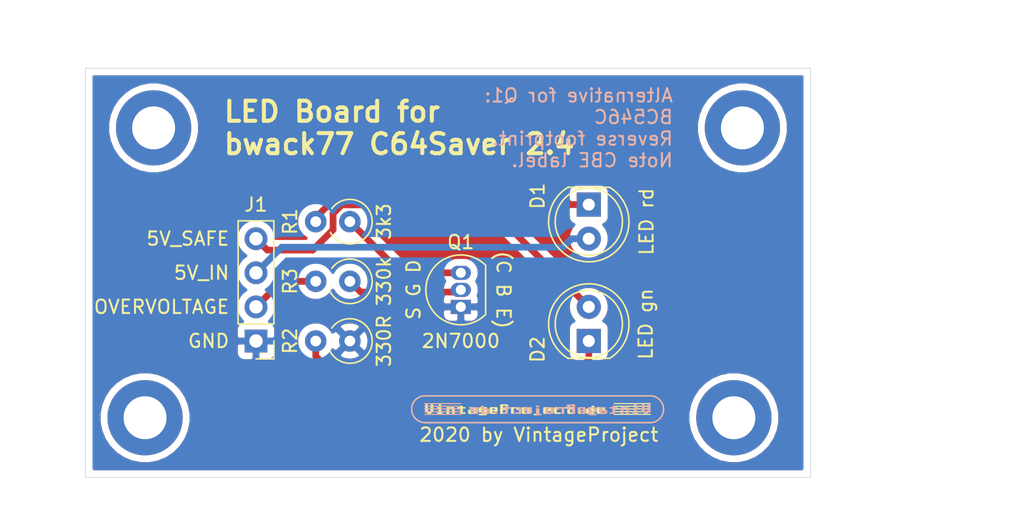
<source format=kicad_pcb>
(kicad_pcb (version 20171130) (host pcbnew "(5.1.4)-1")

  (general
    (thickness 1.6)
    (drawings 13)
    (tracks 31)
    (zones 0)
    (modules 13)
    (nets 9)
  )

  (page A4)
  (title_block
    (title "LED Indicator Board for bwack77 C64Saver 2.4")
    (date 2020-03-01)
    (rev 00)
    (company VintageProject)
  )

  (layers
    (0 F.Cu signal)
    (31 B.Cu signal)
    (32 B.Adhes user)
    (33 F.Adhes user)
    (34 B.Paste user)
    (35 F.Paste user)
    (36 B.SilkS user)
    (37 F.SilkS user)
    (38 B.Mask user)
    (39 F.Mask user)
    (40 Dwgs.User user)
    (41 Cmts.User user)
    (42 Eco1.User user)
    (43 Eco2.User user)
    (44 Edge.Cuts user)
    (45 Margin user)
    (46 B.CrtYd user)
    (47 F.CrtYd user)
    (48 B.Fab user)
    (49 F.Fab user)
  )

  (setup
    (last_trace_width 0.5)
    (trace_clearance 0.2)
    (zone_clearance 0.508)
    (zone_45_only no)
    (trace_min 0.2)
    (via_size 0.8)
    (via_drill 0.4)
    (via_min_size 0.4)
    (via_min_drill 0.3)
    (uvia_size 0.3)
    (uvia_drill 0.1)
    (uvias_allowed no)
    (uvia_min_size 0.2)
    (uvia_min_drill 0.1)
    (edge_width 0.05)
    (segment_width 0.2)
    (pcb_text_width 0.3)
    (pcb_text_size 1.5 1.5)
    (mod_edge_width 0.12)
    (mod_text_size 1 1)
    (mod_text_width 0.15)
    (pad_size 1.524 1.524)
    (pad_drill 0.762)
    (pad_to_mask_clearance 0.051)
    (solder_mask_min_width 0.25)
    (aux_axis_origin 0 0)
    (visible_elements 7FFFFFFF)
    (pcbplotparams
      (layerselection 0x010fc_ffffffff)
      (usegerberextensions false)
      (usegerberattributes false)
      (usegerberadvancedattributes false)
      (creategerberjobfile false)
      (excludeedgelayer true)
      (linewidth 0.100000)
      (plotframeref false)
      (viasonmask false)
      (mode 1)
      (useauxorigin false)
      (hpglpennumber 1)
      (hpglpenspeed 20)
      (hpglpendiameter 15.000000)
      (psnegative false)
      (psa4output false)
      (plotreference true)
      (plotvalue true)
      (plotinvisibletext false)
      (padsonsilk false)
      (subtractmaskfromsilk false)
      (outputformat 1)
      (mirror false)
      (drillshape 1)
      (scaleselection 1)
      (outputdirectory ""))
  )

  (net 0 "")
  (net 1 "Net-(D1-Pad1)")
  (net 2 5V_IN)
  (net 3 5V_SAFE)
  (net 4 "Net-(D2-Pad1)")
  (net 5 OVERVOLTAGE)
  (net 6 GND)
  (net 7 "Net-(Q1-Pad2)")
  (net 8 "Net-(Q1-Pad3)")

  (net_class Default "This is the default net class."
    (clearance 0.2)
    (trace_width 0.5)
    (via_dia 0.8)
    (via_drill 0.4)
    (uvia_dia 0.3)
    (uvia_drill 0.1)
    (add_net 5V_IN)
    (add_net 5V_SAFE)
    (add_net GND)
    (add_net "Net-(D1-Pad1)")
    (add_net "Net-(D2-Pad1)")
    (add_net "Net-(Q1-Pad2)")
    (add_net "Net-(Q1-Pad3)")
    (add_net OVERVOLTAGE)
  )

  (module Resistor_THT:R_Axial_DIN0309_L9.0mm_D3.2mm_P2.54mm_Vertical (layer F.Cu) (tedit 5AE5139B) (tstamp 5E5BCF88)
    (at 83.185 97.155 180)
    (descr "Resistor, Axial_DIN0309 series, Axial, Vertical, pin pitch=2.54mm, 0.5W = 1/2W, length*diameter=9*3.2mm^2, http://cdn-reichelt.de/documents/datenblatt/B400/1_4W%23YAG.pdf")
    (tags "Resistor Axial_DIN0309 series Axial Vertical pin pitch 2.54mm 0.5W = 1/2W length 9mm diameter 3.2mm")
    (path /5E5BBD27)
    (fp_text reference R3 (at 4.445 0 90) (layer F.SilkS)
      (effects (font (size 1 1) (thickness 0.15)))
    )
    (fp_text value 330k (at -2.54 0 90) (layer F.SilkS)
      (effects (font (size 1 1) (thickness 0.15)))
    )
    (fp_text user %R (at 4.445 0 90) (layer F.Fab)
      (effects (font (size 1 1) (thickness 0.15)))
    )
    (fp_line (start 3.59 -1.85) (end -1.85 -1.85) (layer F.CrtYd) (width 0.05))
    (fp_line (start 3.59 1.85) (end 3.59 -1.85) (layer F.CrtYd) (width 0.05))
    (fp_line (start -1.85 1.85) (end 3.59 1.85) (layer F.CrtYd) (width 0.05))
    (fp_line (start -1.85 -1.85) (end -1.85 1.85) (layer F.CrtYd) (width 0.05))
    (fp_line (start 0 0) (end 2.54 0) (layer F.Fab) (width 0.1))
    (fp_circle (center 0 0) (end 1.6 0) (layer F.Fab) (width 0.1))
    (fp_arc (start 0 0) (end 1.453272 -0.8) (angle -295.326041) (layer F.SilkS) (width 0.12))
    (pad 2 thru_hole oval (at 2.54 0 180) (size 1.6 1.6) (drill 0.8) (layers *.Cu *.Mask)
      (net 5 OVERVOLTAGE))
    (pad 1 thru_hole circle (at 0 0 180) (size 1.6 1.6) (drill 0.8) (layers *.Cu *.Mask)
      (net 7 "Net-(Q1-Pad2)"))
    (model ${KISYS3DMOD}/Resistor_THT.3dshapes/R_Axial_DIN0309_L9.0mm_D3.2mm_P2.54mm_Vertical.wrl
      (at (xyz 0 0 0))
      (scale (xyz 1 1 1))
      (rotate (xyz 0 0 0))
    )
  )

  (module Resistor_THT:R_Axial_DIN0309_L9.0mm_D3.2mm_P2.54mm_Vertical (layer F.Cu) (tedit 5AE5139B) (tstamp 5E5BF4B9)
    (at 83.185 101.6 180)
    (descr "Resistor, Axial_DIN0309 series, Axial, Vertical, pin pitch=2.54mm, 0.5W = 1/2W, length*diameter=9*3.2mm^2, http://cdn-reichelt.de/documents/datenblatt/B400/1_4W%23YAG.pdf")
    (tags "Resistor Axial_DIN0309 series Axial Vertical pin pitch 2.54mm 0.5W = 1/2W length 9mm diameter 3.2mm")
    (path /5E5BEF54)
    (fp_text reference R2 (at 4.445 0 90) (layer F.SilkS)
      (effects (font (size 1 1) (thickness 0.15)))
    )
    (fp_text value 330R (at -2.54 0 90) (layer F.SilkS)
      (effects (font (size 1 1) (thickness 0.15)))
    )
    (fp_text user %R (at 4.445 0 90) (layer F.Fab)
      (effects (font (size 1 1) (thickness 0.15)))
    )
    (fp_line (start 3.59 -1.85) (end -1.85 -1.85) (layer F.CrtYd) (width 0.05))
    (fp_line (start 3.59 1.85) (end 3.59 -1.85) (layer F.CrtYd) (width 0.05))
    (fp_line (start -1.85 1.85) (end 3.59 1.85) (layer F.CrtYd) (width 0.05))
    (fp_line (start -1.85 -1.85) (end -1.85 1.85) (layer F.CrtYd) (width 0.05))
    (fp_line (start 0 0) (end 2.54 0) (layer F.Fab) (width 0.1))
    (fp_circle (center 0 0) (end 1.6 0) (layer F.Fab) (width 0.1))
    (fp_arc (start 0 0) (end 1.453272 -0.8) (angle -295.326041) (layer F.SilkS) (width 0.12))
    (pad 2 thru_hole oval (at 2.54 0 180) (size 1.6 1.6) (drill 0.8) (layers *.Cu *.Mask)
      (net 4 "Net-(D2-Pad1)"))
    (pad 1 thru_hole circle (at 0 0 180) (size 1.6 1.6) (drill 0.8) (layers *.Cu *.Mask)
      (net 6 GND))
    (model ${KISYS3DMOD}/Resistor_THT.3dshapes/R_Axial_DIN0309_L9.0mm_D3.2mm_P2.54mm_Vertical.wrl
      (at (xyz 0 0 0))
      (scale (xyz 1 1 1))
      (rotate (xyz 0 0 0))
    )
  )

  (module Resistor_THT:R_Axial_DIN0309_L9.0mm_D3.2mm_P2.54mm_Vertical (layer F.Cu) (tedit 5AE5139B) (tstamp 5E5BFDA9)
    (at 83.185 92.71 180)
    (descr "Resistor, Axial_DIN0309 series, Axial, Vertical, pin pitch=2.54mm, 0.5W = 1/2W, length*diameter=9*3.2mm^2, http://cdn-reichelt.de/documents/datenblatt/B400/1_4W%23YAG.pdf")
    (tags "Resistor Axial_DIN0309 series Axial Vertical pin pitch 2.54mm 0.5W = 1/2W length 9mm diameter 3.2mm")
    (path /5E5BCBBD)
    (fp_text reference R1 (at 4.445 0 90) (layer F.SilkS)
      (effects (font (size 1 1) (thickness 0.15)))
    )
    (fp_text value 3k3 (at -2.54 0 90) (layer F.SilkS)
      (effects (font (size 1 1) (thickness 0.15)))
    )
    (fp_text user %R (at 4.445 0 90) (layer F.Fab)
      (effects (font (size 1 1) (thickness 0.15)))
    )
    (fp_line (start 3.59 -1.85) (end -1.85 -1.85) (layer F.CrtYd) (width 0.05))
    (fp_line (start 3.59 1.85) (end 3.59 -1.85) (layer F.CrtYd) (width 0.05))
    (fp_line (start -1.85 1.85) (end 3.59 1.85) (layer F.CrtYd) (width 0.05))
    (fp_line (start -1.85 -1.85) (end -1.85 1.85) (layer F.CrtYd) (width 0.05))
    (fp_line (start 0 0) (end 2.54 0) (layer F.Fab) (width 0.1))
    (fp_circle (center 0 0) (end 1.6 0) (layer F.Fab) (width 0.1))
    (fp_arc (start 0 0) (end 1.453272 -0.8) (angle -295.326041) (layer F.SilkS) (width 0.12))
    (pad 2 thru_hole oval (at 2.54 0 180) (size 1.6 1.6) (drill 0.8) (layers *.Cu *.Mask)
      (net 1 "Net-(D1-Pad1)"))
    (pad 1 thru_hole circle (at 0 0 180) (size 1.6 1.6) (drill 0.8) (layers *.Cu *.Mask)
      (net 8 "Net-(Q1-Pad3)"))
    (model ${KISYS3DMOD}/Resistor_THT.3dshapes/R_Axial_DIN0309_L9.0mm_D3.2mm_P2.54mm_Vertical.wrl
      (at (xyz 0 0 0))
      (scale (xyz 1 1 1))
      (rotate (xyz 0 0 0))
    )
  )

  (module MountingHole:MountingHole_3.2mm_M3_DIN965_Pad (layer F.Cu) (tedit 56D1B4CB) (tstamp 5E5C0AB4)
    (at 67.945 107.315)
    (descr "Mounting Hole 3.2mm, M3, DIN965")
    (tags "mounting hole 3.2mm m3 din965")
    (attr virtual)
    (fp_text reference REF** (at -8.89 0) (layer F.SilkS) hide
      (effects (font (size 1 1) (thickness 0.15)))
    )
    (fp_text value M3 (at -9.525 1.27) (layer F.Fab) hide
      (effects (font (size 1 1) (thickness 0.15)))
    )
    (fp_text user %R (at 0.3 0) (layer F.Fab)
      (effects (font (size 1 1) (thickness 0.15)))
    )
    (fp_circle (center 0 0) (end 2.8 0) (layer Cmts.User) (width 0.15))
    (fp_circle (center 0 0) (end 3.05 0) (layer F.CrtYd) (width 0.05))
    (pad 1 thru_hole circle (at 0 0) (size 5.6 5.6) (drill 3.2) (layers *.Cu *.Mask))
  )

  (module MountingHole:MountingHole_3.2mm_M3_DIN965_Pad (layer F.Cu) (tedit 56D1B4CB) (tstamp 5E5C0AAD)
    (at 111.76 107.315)
    (descr "Mounting Hole 3.2mm, M3, DIN965")
    (tags "mounting hole 3.2mm m3 din965")
    (attr virtual)
    (fp_text reference REF** (at 8.89 0) (layer F.SilkS) hide
      (effects (font (size 1 1) (thickness 0.15)))
    )
    (fp_text value M3 (at 8.255 1.27) (layer F.Fab) hide
      (effects (font (size 1 1) (thickness 0.15)))
    )
    (fp_circle (center 0 0) (end 3.05 0) (layer F.CrtYd) (width 0.05))
    (fp_circle (center 0 0) (end 2.8 0) (layer Cmts.User) (width 0.15))
    (fp_text user %R (at 0.3 0) (layer F.Fab)
      (effects (font (size 1 1) (thickness 0.15)))
    )
    (pad 1 thru_hole circle (at 0 0) (size 5.6 5.6) (drill 3.2) (layers *.Cu *.Mask))
  )

  (module MountingHole:MountingHole_3.2mm_M3_DIN965_Pad (layer F.Cu) (tedit 56D1B4CB) (tstamp 5E5C0A8F)
    (at 112.395 85.725)
    (descr "Mounting Hole 3.2mm, M3, DIN965")
    (tags "mounting hole 3.2mm m3 din965")
    (attr virtual)
    (fp_text reference REF** (at 8.255 0) (layer F.SilkS) hide
      (effects (font (size 1 1) (thickness 0.15)))
    )
    (fp_text value M3 (at 7.62 1.27) (layer F.Fab) hide
      (effects (font (size 1 1) (thickness 0.15)))
    )
    (fp_text user %R (at 0.3 0) (layer F.Fab)
      (effects (font (size 1 1) (thickness 0.15)))
    )
    (fp_circle (center 0 0) (end 2.8 0) (layer Cmts.User) (width 0.15))
    (fp_circle (center 0 0) (end 3.05 0) (layer F.CrtYd) (width 0.05))
    (pad 1 thru_hole circle (at 0 0) (size 5.6 5.6) (drill 3.2) (layers *.Cu *.Mask))
  )

  (module MountingHole:MountingHole_3.2mm_M3_DIN965_Pad (layer F.Cu) (tedit 56D1B4CB) (tstamp 5E5C0A7E)
    (at 68.58 85.725)
    (descr "Mounting Hole 3.2mm, M3, DIN965")
    (tags "mounting hole 3.2mm m3 din965")
    (attr virtual)
    (fp_text reference REF** (at -9.525 0) (layer F.SilkS) hide
      (effects (font (size 1 1) (thickness 0.15)))
    )
    (fp_text value M3 (at -10.16 1.27) (layer F.Fab) hide
      (effects (font (size 1 1) (thickness 0.15)))
    )
    (fp_circle (center 0 0) (end 3.05 0) (layer F.CrtYd) (width 0.05))
    (fp_circle (center 0 0) (end 2.8 0) (layer Cmts.User) (width 0.15))
    (fp_text user %R (at 0.3 0) (layer F.Fab)
      (effects (font (size 1 1) (thickness 0.15)))
    )
    (pad 1 thru_hole circle (at 0 0) (size 5.6 5.6) (drill 3.2) (layers *.Cu *.Mask))
  )

  (module C64_KiCad:LOGO_VintageProject_F.SilkS (layer B.Cu) (tedit 5B57163B) (tstamp 5E5C05AA)
    (at 97.155 106.68 180)
    (fp_text reference G*** (at 14.605 -13.97) (layer B.SilkS) hide
      (effects (font (size 1.524 1.524) (thickness 0.3)) (justify mirror))
    )
    (fp_text value LOGO_VintageProject_F.SilkS (at -5.08 -13.97) (layer B.SilkS) hide
      (effects (font (size 1.524 1.524) (thickness 0.3)) (justify mirror))
    )
    (fp_arc (start 8.372929 0) (end 8.372929 1) (angle -180) (layer B.SilkS) (width 0.1))
    (fp_line (start -8.372929 -1) (end 8.372929 -1) (layer B.SilkS) (width 0.1))
    (fp_line (start -8.372929 1) (end 8.372929 1) (layer B.SilkS) (width 0.1))
    (fp_arc (start -8.372929 0) (end -8.372929 1) (angle 180) (layer B.SilkS) (width 0.1))
    (fp_poly (pts (xy -3.773714 -0.102968) (xy -3.774098 -0.189799) (xy -3.775227 -0.262355) (xy -3.77707 -0.319734)
      (xy -3.779595 -0.361036) (xy -3.782771 -0.385358) (xy -3.783769 -0.388993) (xy -3.789694 -0.403898)
      (xy -3.797251 -0.415868) (xy -3.808344 -0.425226) (xy -3.824878 -0.43229) (xy -3.848757 -0.437383)
      (xy -3.881886 -0.440825) (xy -3.926171 -0.442936) (xy -3.983515 -0.444037) (xy -4.055823 -0.44445)
      (xy -4.113442 -0.4445) (xy -4.3815 -0.4445) (xy -4.3815 -0.344714) (xy -3.973286 -0.344714)
      (xy -3.973286 -0.246007) (xy -4.150982 -0.2432) (xy -4.328679 -0.240393) (xy -4.350554 -0.214941)
      (xy -4.358706 -0.204717) (xy -4.364524 -0.193981) (xy -4.368395 -0.179656) (xy -4.370704 -0.158668)
      (xy -4.371834 -0.12794) (xy -4.372173 -0.084399) (xy -4.37214 -0.042584) (xy -4.371392 0.022388)
      (xy -4.370053 0.054429) (xy -4.172857 0.054429) (xy -4.172857 -0.145143) (xy -3.973286 -0.145143)
      (xy -3.973286 0.054429) (xy -4.172857 0.054429) (xy -4.370053 0.054429) (xy -4.369394 0.070172)
      (xy -4.366083 0.101687) (xy -4.361393 0.117849) (xy -4.360801 0.118715) (xy -4.352271 0.128548)
      (xy -4.342081 0.136382) (xy -4.328204 0.142444) (xy -4.308616 0.146959) (xy -4.281292 0.150152)
      (xy -4.244207 0.152248) (xy -4.195334 0.153473) (xy -4.13265 0.154053) (xy -4.054129 0.154213)
      (xy -4.041918 0.154214) (xy -3.773714 0.154214) (xy -3.773714 -0.102968)) (layer B.SilkS) (width 0.01))
    (fp_poly (pts (xy 0.117929 -0.152861) (xy 0.117459 -0.226555) (xy 0.116101 -0.288867) (xy 0.113927 -0.33806)
      (xy 0.111011 -0.372396) (xy 0.107874 -0.388993) (xy 0.099918 -0.407073) (xy 0.088726 -0.42079)
      (xy 0.071914 -0.430731) (xy 0.047098 -0.437483) (xy 0.011893 -0.441633) (xy -0.036082 -0.443769)
      (xy -0.099213 -0.444477) (xy -0.117478 -0.4445) (xy -0.281214 -0.4445) (xy -0.281214 -0.344714)
      (xy -0.081643 -0.344714) (xy -0.081643 0.054429) (xy 0.117929 0.054429) (xy 0.117929 -0.152861)) (layer B.SilkS) (width 0.01))
    (fp_poly (pts (xy 8.418286 -0.417286) (xy 5.678714 -0.417286) (xy 5.678714 -0.344714) (xy 8.418286 -0.344714)
      (xy 8.418286 -0.417286)) (layer B.SilkS) (width 0.01))
    (fp_poly (pts (xy -8.164286 -0.145757) (xy -7.96925 -0.140607) (xy -7.966836 0.106589) (xy -7.964423 0.353786)
      (xy -7.765143 0.353786) (xy -7.765143 -0.140903) (xy -7.867338 -0.242809) (xy -7.969534 -0.344714)
      (xy -8.169117 -0.344714) (xy -8.271023 -0.242519) (xy -8.372929 -0.140323) (xy -8.372929 0.353786)
      (xy -8.164286 0.353786) (xy -8.164286 -0.145757)) (layer B.SilkS) (width 0.01))
    (fp_poly (pts (xy -7.166429 -0.244929) (xy -7.066643 -0.244929) (xy -7.066643 -0.344714) (xy -7.474857 -0.344714)
      (xy -7.474857 -0.244929) (xy -7.375072 -0.244929) (xy -7.375072 0.054429) (xy -7.474857 0.054429)
      (xy -7.474857 0.154214) (xy -7.166429 0.154214) (xy -7.166429 -0.244929)) (layer B.SilkS) (width 0.01))
    (fp_poly (pts (xy -6.506482 0.15408) (xy -6.421378 0.153806) (xy -6.352964 0.153036) (xy -6.299795 0.151714)
      (xy -6.260424 0.149782) (xy -6.233403 0.147184) (xy -6.217288 0.143863) (xy -6.213929 0.142505)
      (xy -6.200806 0.133842) (xy -6.190494 0.121238) (xy -6.182662 0.102614) (xy -6.176975 0.07589)
      (xy -6.173103 0.038986) (xy -6.170714 -0.010178) (xy -6.169475 -0.073681) (xy -6.169084 -0.138339)
      (xy -6.168572 -0.344714) (xy -6.368143 -0.344714) (xy -6.368143 0.054429) (xy -6.567714 0.054429)
      (xy -6.567714 -0.344714) (xy -6.776357 -0.344714) (xy -6.776357 0.154214) (xy -6.506482 0.15408)) (layer B.SilkS) (width 0.01))
    (fp_poly (pts (xy -5.569857 0.154214) (xy -5.370286 0.154214) (xy -5.370286 0.054429) (xy -5.569857 0.054429)
      (xy -5.569857 -0.244929) (xy -5.370286 -0.244929) (xy -5.370286 -0.344714) (xy -5.535839 -0.344139)
      (xy -5.590117 -0.343528) (xy -5.639174 -0.342182) (xy -5.679696 -0.340256) (xy -5.708366 -0.337903)
      (xy -5.721275 -0.335556) (xy -5.737888 -0.327109) (xy -5.750592 -0.315277) (xy -5.759989 -0.297645)
      (xy -5.766679 -0.271798) (xy -5.771263 -0.235321) (xy -5.774342 -0.185799) (xy -5.776516 -0.120817)
      (xy -5.776726 -0.112611) (xy -5.780911 0.054429) (xy -5.978072 0.054429) (xy -5.978072 0.154214)
      (xy -5.7785 0.154214) (xy -5.7785 0.254) (xy -5.569857 0.254) (xy -5.569857 0.154214)) (layer B.SilkS) (width 0.01))
    (fp_poly (pts (xy -4.778532 0.153795) (xy -4.714124 0.152565) (xy -4.664909 0.150564) (xy -4.631868 0.147831)
      (xy -4.615993 0.144413) (xy -4.602894 0.135374) (xy -4.592628 0.12251) (xy -4.584863 0.103718)
      (xy -4.579269 0.076895) (xy -4.575518 0.03994) (xy -4.573278 -0.009252) (xy -4.572219 -0.072781)
      (xy -4.572 -0.13578) (xy -4.572 -0.344714) (xy -5.116 -0.344714) (xy -5.145415 -0.318432)
      (xy -5.158792 -0.305924) (xy -5.167347 -0.294406) (xy -5.172169 -0.279589) (xy -5.174347 -0.257185)
      (xy -5.174973 -0.222907) (xy -5.17504 -0.201888) (xy -5.173684 -0.148125) (xy -5.173301 -0.145143)
      (xy -4.971143 -0.145143) (xy -4.971143 -0.244929) (xy -4.771571 -0.244929) (xy -4.771571 -0.145143)
      (xy -4.971143 -0.145143) (xy -5.173301 -0.145143) (xy -5.168695 -0.109324) (xy -5.159125 -0.082507)
      (xy -5.144026 -0.064692) (xy -5.128469 -0.055431) (xy -5.110447 -0.051583) (xy -5.076247 -0.048569)
      (xy -5.027818 -0.046493) (xy -4.967111 -0.045457) (xy -4.938966 -0.045357) (xy -4.771571 -0.045357)
      (xy -4.771571 0.054429) (xy -5.08 0.054429) (xy -5.08 0.154214) (xy -4.857154 0.154214)
      (xy -4.778532 0.153795)) (layer B.SilkS) (width 0.01))
    (fp_poly (pts (xy -3.21431 0.154376) (xy -3.157044 0.15357) (xy -3.105879 0.152165) (xy -3.063841 0.150159)
      (xy -3.033958 0.147546) (xy -3.019421 0.144413) (xy -3.001899 0.129725) (xy -2.989283 0.105753)
      (xy -2.981029 0.070276) (xy -2.976598 0.021071) (xy -2.975429 -0.035994) (xy -2.975429 -0.145143)
      (xy -3.374572 -0.145143) (xy -3.374572 -0.244929) (xy -3.075214 -0.244929) (xy -3.075214 -0.344714)
      (xy -3.52111 -0.344714) (xy -3.574143 -0.291681) (xy -3.573854 -0.09368) (xy -3.573617 -0.025653)
      (xy -3.572847 0.026616) (xy -3.571612 0.054429) (xy -3.374572 0.054429) (xy -3.374572 -0.045357)
      (xy -3.175 -0.045357) (xy -3.175 0.054429) (xy -3.374572 0.054429) (xy -3.571612 0.054429)
      (xy -3.57112 0.065509) (xy -3.568013 0.093411) (xy -3.5631 0.112705) (xy -3.555959 0.125776)
      (xy -3.546166 0.135006) (xy -3.533296 0.14278) (xy -3.53165 0.143661) (xy -3.516458 0.146914)
      (xy -3.486172 0.1496) (xy -3.443821 0.151715) (xy -3.392431 0.153255) (xy -3.335031 0.154214)
      (xy -3.274648 0.15459) (xy -3.21431 0.154376)) (layer B.SilkS) (width 0.01))
    (fp_poly (pts (xy -2.421746 0.353442) (xy -2.347415 0.352421) (xy -2.289651 0.350738) (xy -2.248912 0.348409)
      (xy -2.225652 0.345449) (xy -2.221136 0.343984) (xy -2.204201 0.330156) (xy -2.191875 0.307922)
      (xy -2.183621 0.274985) (xy -2.178901 0.229045) (xy -2.177177 0.167802) (xy -2.177143 0.155859)
      (xy -2.177609 0.095362) (xy -2.180366 0.048395) (xy -2.187451 0.013246) (xy -2.200903 -0.011798)
      (xy -2.222759 -0.028448) (xy -2.255057 -0.038417) (xy -2.299835 -0.043416) (xy -2.359131 -0.045158)
      (xy -2.416639 -0.045357) (xy -2.576286 -0.045357) (xy -2.576286 -0.344714) (xy -2.784929 -0.344714)
      (xy -2.784929 0.254) (xy -2.576286 0.254) (xy -2.576286 0.054429) (xy -2.376714 0.054429)
      (xy -2.376714 0.254) (xy -2.576286 0.254) (xy -2.784929 0.254) (xy -2.784929 0.353786)
      (xy -2.512189 0.353786) (xy -2.421746 0.353442)) (layer B.SilkS) (width 0.01))
    (fp_poly (pts (xy -1.61995 0.153865) (xy -1.546495 0.152828) (xy -1.489496 0.15112) (xy -1.449449 0.148758)
      (xy -1.426846 0.145759) (xy -1.42285 0.144413) (xy -1.402004 0.123504) (xy -1.387352 0.087796)
      (xy -1.379751 0.039824) (xy -1.378857 0.013898) (xy -1.378857 -0.045357) (xy -1.578429 -0.045357)
      (xy -1.578429 0.054429) (xy -1.778 0.054429) (xy -1.778 -0.344714) (xy -1.977572 -0.344714)
      (xy -1.977572 0.154214) (xy -1.709368 0.154214) (xy -1.61995 0.153865)) (layer B.SilkS) (width 0.01))
    (fp_poly (pts (xy -0.817407 0.15422) (xy -0.760338 0.153378) (xy -0.709472 0.151963) (xy -0.667828 0.14997)
      (xy -0.638425 0.147399) (xy -0.624564 0.144413) (xy -0.610159 0.1339) (xy -0.59916 0.118241)
      (xy -0.59115 0.09517) (xy -0.58571 0.062418) (xy -0.582419 0.017716) (xy -0.580858 -0.041201)
      (xy -0.580571 -0.093605) (xy -0.58114 -0.155346) (xy -0.582751 -0.208882) (xy -0.585261 -0.251422)
      (xy -0.588525 -0.280176) (xy -0.590626 -0.289208) (xy -0.597122 -0.305086) (xy -0.605649 -0.317616)
      (xy -0.618258 -0.327186) (xy -0.637 -0.334182) (xy -0.663926 -0.338992) (xy -0.701087 -0.342002)
      (xy -0.750533 -0.3436) (xy -0.814316 -0.344172) (xy -0.881746 -0.344139) (xy -0.94544 -0.34368)
      (xy -1.003896 -0.34269) (xy -1.05442 -0.34126) (xy -1.094317 -0.339482) (xy -1.120893 -0.337447)
      (xy -1.13069 -0.335719) (xy -1.146028 -0.328367) (xy -1.157765 -0.318717) (xy -1.166378 -0.304438)
      (xy -1.172345 -0.283199) (xy -1.176141 -0.25267) (xy -1.178245 -0.21052) (xy -1.179132 -0.154418)
      (xy -1.179286 -0.098194) (xy -1.178992 -0.028003) (xy -1.177846 0.026328) (xy -1.176195 0.054429)
      (xy -0.979714 0.054429) (xy -0.979714 -0.244929) (xy -0.780143 -0.244929) (xy -0.780143 0.054429)
      (xy -0.979714 0.054429) (xy -1.176195 0.054429) (xy -1.175451 0.067077) (xy -1.17141 0.096521)
      (xy -1.165326 0.116938) (xy -1.156802 0.130605) (xy -1.14544 0.139799) (xy -1.137037 0.144142)
      (xy -1.121061 0.147281) (xy -1.090159 0.149856) (xy -1.04735 0.151866) (xy -0.995652 0.153309)
      (xy -0.938083 0.154183) (xy -0.877662 0.154487) (xy -0.817407 0.15422)) (layer B.SilkS) (width 0.01))
    (fp_poly (pts (xy 0.779164 0.15422) (xy 0.836234 0.153378) (xy 0.887099 0.151963) (xy 0.928743 0.14997)
      (xy 0.958147 0.147399) (xy 0.972007 0.144413) (xy 0.989529 0.129725) (xy 1.002146 0.105753)
      (xy 1.010399 0.070276) (xy 1.014831 0.021071) (xy 1.016 -0.035994) (xy 1.016 -0.145143)
      (xy 0.616857 -0.145143) (xy 0.616857 -0.244929) (xy 0.916214 -0.244929) (xy 0.916214 -0.344714)
      (xy 0.700768 -0.344139) (xy 0.639037 -0.343655) (xy 0.582551 -0.342608) (xy 0.53411 -0.341099)
      (xy 0.496515 -0.339228) (xy 0.472566 -0.337095) (xy 0.465881 -0.335719) (xy 0.450544 -0.328367)
      (xy 0.438806 -0.318717) (xy 0.430193 -0.304438) (xy 0.424227 -0.283199) (xy 0.42043 -0.25267)
      (xy 0.418327 -0.21052) (xy 0.41744 -0.154418) (xy 0.417286 -0.098194) (xy 0.417579 -0.028003)
      (xy 0.418725 0.026328) (xy 0.420376 0.054429) (xy 0.616857 0.054429) (xy 0.616857 -0.045357)
      (xy 0.816429 -0.045357) (xy 0.816429 0.054429) (xy 0.616857 0.054429) (xy 0.420376 0.054429)
      (xy 0.42112 0.067077) (xy 0.425161 0.096521) (xy 0.431245 0.116938) (xy 0.43977 0.130605)
      (xy 0.451131 0.139799) (xy 0.459534 0.144142) (xy 0.47551 0.147281) (xy 0.506412 0.149856)
      (xy 0.549221 0.151866) (xy 0.60092 0.153309) (xy 0.658489 0.154183) (xy 0.71891 0.154487)
      (xy 0.779164 0.15422)) (layer B.SilkS) (width 0.01))
    (fp_poly (pts (xy 1.7145 0.054429) (xy 1.415143 0.054429) (xy 1.415143 -0.244929) (xy 1.7145 -0.244929)
      (xy 1.7145 -0.344714) (xy 1.499054 -0.344139) (xy 1.437323 -0.343655) (xy 1.380837 -0.342608)
      (xy 1.332396 -0.341099) (xy 1.294801 -0.339228) (xy 1.270852 -0.337095) (xy 1.264167 -0.335719)
      (xy 1.248829 -0.328367) (xy 1.237092 -0.318717) (xy 1.228479 -0.304438) (xy 1.222512 -0.283199)
      (xy 1.218716 -0.25267) (xy 1.216613 -0.21052) (xy 1.215726 -0.154418) (xy 1.215571 -0.098194)
      (xy 1.215865 -0.028003) (xy 1.217011 0.026328) (xy 1.219406 0.067077) (xy 1.223447 0.096521)
      (xy 1.229531 0.116938) (xy 1.238055 0.130605) (xy 1.249417 0.139799) (xy 1.25782 0.144142)
      (xy 1.27555 0.14778) (xy 1.310549 0.150641) (xy 1.361958 0.152689) (xy 1.428918 0.153889)
      (xy 1.497212 0.154214) (xy 1.7145 0.154214) (xy 1.7145 0.054429)) (layer B.SilkS) (width 0.01))
    (fp_poly (pts (xy 2.413 0.154214) (xy 2.612571 0.154214) (xy 2.612571 0.054429) (xy 2.413 0.054429)
      (xy 2.413 -0.244929) (xy 2.612571 -0.244929) (xy 2.612571 -0.344714) (xy 2.447018 -0.344139)
      (xy 2.39278 -0.343537) (xy 2.343799 -0.342216) (xy 2.303381 -0.340328) (xy 2.274831 -0.338022)
      (xy 2.262024 -0.335719) (xy 2.246063 -0.327916) (xy 2.234011 -0.317482) (xy 2.225327 -0.301971)
      (xy 2.21947 -0.278938) (xy 2.215901 -0.245937) (xy 2.214078 -0.200523) (xy 2.21346 -0.14025)
      (xy 2.213428 -0.11591) (xy 2.213428 0.054429) (xy 2.013857 0.054429) (xy 2.013857 0.154214)
      (xy 2.213428 0.154214) (xy 2.213428 0.254) (xy 2.413 0.254) (xy 2.413 0.154214)) (layer B.SilkS) (width 0.01))
    (fp_poly (pts (xy 3.211286 -0.344714) (xy 3.011714 -0.344714) (xy 3.011714 -0.145143) (xy 3.211286 -0.145143)
      (xy 3.211286 -0.344714)) (layer B.SilkS) (width 0.01))
    (fp_poly (pts (xy 4.209143 -0.344714) (xy 3.943803 -0.344139) (xy 3.875343 -0.343731) (xy 3.812101 -0.342859)
      (xy 3.756545 -0.341598) (xy 3.711148 -0.340018) (xy 3.678378 -0.338195) (xy 3.660707 -0.3362)
      (xy 3.659024 -0.335719) (xy 3.641937 -0.327058) (xy 3.629343 -0.315091) (xy 3.620577 -0.297174)
      (xy 3.614973 -0.270659) (xy 3.611866 -0.232901) (xy 3.610591 -0.181253) (xy 3.610428 -0.142427)
      (xy 3.610428 -0.045357) (xy 3.81 -0.045357) (xy 3.81 -0.244929) (xy 4.009571 -0.244929)
      (xy 4.009571 -0.045357) (xy 3.81 -0.045357) (xy 3.610428 -0.045357) (xy 3.610428 0.001396)
      (xy 3.636945 0.027912) (xy 3.663461 0.054429) (xy 4.009571 0.054429) (xy 4.009571 0.254)
      (xy 4.209143 0.254) (xy 4.209143 -0.344714)) (layer B.SilkS) (width 0.01))
    (fp_poly (pts (xy 4.977441 0.132343) (xy 4.987485 0.123215) (xy 4.994538 0.113842) (xy 4.999219 0.100952)
      (xy 5.002149 0.081274) (xy 5.003948 0.051539) (xy 5.005239 0.008476) (xy 5.005846 -0.017336)
      (xy 5.0088 -0.145143) (xy 4.608286 -0.145143) (xy 4.608286 -0.244929) (xy 4.907643 -0.244929)
      (xy 4.907643 -0.344714) (xy 4.692196 -0.344139) (xy 4.630466 -0.343655) (xy 4.57398 -0.342608)
      (xy 4.525539 -0.341099) (xy 4.487944 -0.339228) (xy 4.463995 -0.337095) (xy 4.45731 -0.335719)
      (xy 4.442154 -0.328496) (xy 4.430512 -0.319067) (xy 4.421922 -0.305135) (xy 4.415928 -0.284404)
      (xy 4.412069 -0.254577) (xy 4.409886 -0.213355) (xy 4.408921 -0.158443) (xy 4.408714 -0.092534)
      (xy 4.408714 0.054429) (xy 4.608286 0.054429) (xy 4.608286 -0.045357) (xy 4.807857 -0.045357)
      (xy 4.807857 0.054429) (xy 4.608286 0.054429) (xy 4.408714 0.054429) (xy 4.408714 0.101181)
      (xy 4.461747 0.154214) (xy 4.951988 0.154214) (xy 4.977441 0.132343)) (layer B.SilkS) (width 0.01))
    (fp_poly (pts (xy 8.418286 -0.217714) (xy 5.678714 -0.217714) (xy 5.678714 -0.145143) (xy 8.418286 -0.145143)
      (xy 8.418286 -0.217714)) (layer B.SilkS) (width 0.01))
    (fp_poly (pts (xy 8.418286 -0.018143) (xy 5.678714 -0.018143) (xy 5.678714 0.054429) (xy 8.418286 0.054429)
      (xy 8.418286 -0.018143)) (layer B.SilkS) (width 0.01))
    (fp_poly (pts (xy 0.117929 0.154214) (xy -0.081643 0.154214) (xy -0.081643 0.254) (xy 0.117929 0.254)
      (xy 0.117929 0.154214)) (layer B.SilkS) (width 0.01))
    (fp_poly (pts (xy 8.418286 0.181429) (xy 5.678714 0.181429) (xy 5.678714 0.254) (xy 8.418286 0.254)
      (xy 8.418286 0.181429)) (layer B.SilkS) (width 0.01))
    (fp_poly (pts (xy -7.166429 0.254) (xy -7.375072 0.254) (xy -7.375072 0.353786) (xy -7.166429 0.353786)
      (xy -7.166429 0.254)) (layer B.SilkS) (width 0.01))
    (fp_poly (pts (xy 8.418286 0.381) (xy 5.678714 0.381) (xy 5.678714 0.453571) (xy 8.418286 0.453571)
      (xy 8.418286 0.381)) (layer B.SilkS) (width 0.01))
  )

  (module C64_KiCad:LOGO_VintageProject_F.SilkS (layer F.Cu) (tedit 5B57163B) (tstamp 5E5C051D)
    (at 97.155 106.68)
    (fp_text reference G*** (at -14.605 11.43) (layer F.SilkS) hide
      (effects (font (size 1.524 1.524) (thickness 0.3)))
    )
    (fp_text value LOGO_VintageProject_F.SilkS (at 5.08 11.43) (layer F.SilkS) hide
      (effects (font (size 1.524 1.524) (thickness 0.3)))
    )
    (fp_poly (pts (xy 8.418286 -0.381) (xy 5.678714 -0.381) (xy 5.678714 -0.453571) (xy 8.418286 -0.453571)
      (xy 8.418286 -0.381)) (layer F.SilkS) (width 0.01))
    (fp_poly (pts (xy -7.166429 -0.254) (xy -7.375072 -0.254) (xy -7.375072 -0.353786) (xy -7.166429 -0.353786)
      (xy -7.166429 -0.254)) (layer F.SilkS) (width 0.01))
    (fp_poly (pts (xy 8.418286 -0.181429) (xy 5.678714 -0.181429) (xy 5.678714 -0.254) (xy 8.418286 -0.254)
      (xy 8.418286 -0.181429)) (layer F.SilkS) (width 0.01))
    (fp_poly (pts (xy 0.117929 -0.154214) (xy -0.081643 -0.154214) (xy -0.081643 -0.254) (xy 0.117929 -0.254)
      (xy 0.117929 -0.154214)) (layer F.SilkS) (width 0.01))
    (fp_poly (pts (xy 8.418286 0.018143) (xy 5.678714 0.018143) (xy 5.678714 -0.054429) (xy 8.418286 -0.054429)
      (xy 8.418286 0.018143)) (layer F.SilkS) (width 0.01))
    (fp_poly (pts (xy 8.418286 0.217714) (xy 5.678714 0.217714) (xy 5.678714 0.145143) (xy 8.418286 0.145143)
      (xy 8.418286 0.217714)) (layer F.SilkS) (width 0.01))
    (fp_poly (pts (xy 4.977441 -0.132343) (xy 4.987485 -0.123215) (xy 4.994538 -0.113842) (xy 4.999219 -0.100952)
      (xy 5.002149 -0.081274) (xy 5.003948 -0.051539) (xy 5.005239 -0.008476) (xy 5.005846 0.017336)
      (xy 5.0088 0.145143) (xy 4.608286 0.145143) (xy 4.608286 0.244929) (xy 4.907643 0.244929)
      (xy 4.907643 0.344714) (xy 4.692196 0.344139) (xy 4.630466 0.343655) (xy 4.57398 0.342608)
      (xy 4.525539 0.341099) (xy 4.487944 0.339228) (xy 4.463995 0.337095) (xy 4.45731 0.335719)
      (xy 4.442154 0.328496) (xy 4.430512 0.319067) (xy 4.421922 0.305135) (xy 4.415928 0.284404)
      (xy 4.412069 0.254577) (xy 4.409886 0.213355) (xy 4.408921 0.158443) (xy 4.408714 0.092534)
      (xy 4.408714 -0.054429) (xy 4.608286 -0.054429) (xy 4.608286 0.045357) (xy 4.807857 0.045357)
      (xy 4.807857 -0.054429) (xy 4.608286 -0.054429) (xy 4.408714 -0.054429) (xy 4.408714 -0.101181)
      (xy 4.461747 -0.154214) (xy 4.951988 -0.154214) (xy 4.977441 -0.132343)) (layer F.SilkS) (width 0.01))
    (fp_poly (pts (xy 4.209143 0.344714) (xy 3.943803 0.344139) (xy 3.875343 0.343731) (xy 3.812101 0.342859)
      (xy 3.756545 0.341598) (xy 3.711148 0.340018) (xy 3.678378 0.338195) (xy 3.660707 0.3362)
      (xy 3.659024 0.335719) (xy 3.641937 0.327058) (xy 3.629343 0.315091) (xy 3.620577 0.297174)
      (xy 3.614973 0.270659) (xy 3.611866 0.232901) (xy 3.610591 0.181253) (xy 3.610428 0.142427)
      (xy 3.610428 0.045357) (xy 3.81 0.045357) (xy 3.81 0.244929) (xy 4.009571 0.244929)
      (xy 4.009571 0.045357) (xy 3.81 0.045357) (xy 3.610428 0.045357) (xy 3.610428 -0.001396)
      (xy 3.636945 -0.027912) (xy 3.663461 -0.054429) (xy 4.009571 -0.054429) (xy 4.009571 -0.254)
      (xy 4.209143 -0.254) (xy 4.209143 0.344714)) (layer F.SilkS) (width 0.01))
    (fp_poly (pts (xy 3.211286 0.344714) (xy 3.011714 0.344714) (xy 3.011714 0.145143) (xy 3.211286 0.145143)
      (xy 3.211286 0.344714)) (layer F.SilkS) (width 0.01))
    (fp_poly (pts (xy 2.413 -0.154214) (xy 2.612571 -0.154214) (xy 2.612571 -0.054429) (xy 2.413 -0.054429)
      (xy 2.413 0.244929) (xy 2.612571 0.244929) (xy 2.612571 0.344714) (xy 2.447018 0.344139)
      (xy 2.39278 0.343537) (xy 2.343799 0.342216) (xy 2.303381 0.340328) (xy 2.274831 0.338022)
      (xy 2.262024 0.335719) (xy 2.246063 0.327916) (xy 2.234011 0.317482) (xy 2.225327 0.301971)
      (xy 2.21947 0.278938) (xy 2.215901 0.245937) (xy 2.214078 0.200523) (xy 2.21346 0.14025)
      (xy 2.213428 0.11591) (xy 2.213428 -0.054429) (xy 2.013857 -0.054429) (xy 2.013857 -0.154214)
      (xy 2.213428 -0.154214) (xy 2.213428 -0.254) (xy 2.413 -0.254) (xy 2.413 -0.154214)) (layer F.SilkS) (width 0.01))
    (fp_poly (pts (xy 1.7145 -0.054429) (xy 1.415143 -0.054429) (xy 1.415143 0.244929) (xy 1.7145 0.244929)
      (xy 1.7145 0.344714) (xy 1.499054 0.344139) (xy 1.437323 0.343655) (xy 1.380837 0.342608)
      (xy 1.332396 0.341099) (xy 1.294801 0.339228) (xy 1.270852 0.337095) (xy 1.264167 0.335719)
      (xy 1.248829 0.328367) (xy 1.237092 0.318717) (xy 1.228479 0.304438) (xy 1.222512 0.283199)
      (xy 1.218716 0.25267) (xy 1.216613 0.21052) (xy 1.215726 0.154418) (xy 1.215571 0.098194)
      (xy 1.215865 0.028003) (xy 1.217011 -0.026328) (xy 1.219406 -0.067077) (xy 1.223447 -0.096521)
      (xy 1.229531 -0.116938) (xy 1.238055 -0.130605) (xy 1.249417 -0.139799) (xy 1.25782 -0.144142)
      (xy 1.27555 -0.14778) (xy 1.310549 -0.150641) (xy 1.361958 -0.152689) (xy 1.428918 -0.153889)
      (xy 1.497212 -0.154214) (xy 1.7145 -0.154214) (xy 1.7145 -0.054429)) (layer F.SilkS) (width 0.01))
    (fp_poly (pts (xy 0.779164 -0.15422) (xy 0.836234 -0.153378) (xy 0.887099 -0.151963) (xy 0.928743 -0.14997)
      (xy 0.958147 -0.147399) (xy 0.972007 -0.144413) (xy 0.989529 -0.129725) (xy 1.002146 -0.105753)
      (xy 1.010399 -0.070276) (xy 1.014831 -0.021071) (xy 1.016 0.035994) (xy 1.016 0.145143)
      (xy 0.616857 0.145143) (xy 0.616857 0.244929) (xy 0.916214 0.244929) (xy 0.916214 0.344714)
      (xy 0.700768 0.344139) (xy 0.639037 0.343655) (xy 0.582551 0.342608) (xy 0.53411 0.341099)
      (xy 0.496515 0.339228) (xy 0.472566 0.337095) (xy 0.465881 0.335719) (xy 0.450544 0.328367)
      (xy 0.438806 0.318717) (xy 0.430193 0.304438) (xy 0.424227 0.283199) (xy 0.42043 0.25267)
      (xy 0.418327 0.21052) (xy 0.41744 0.154418) (xy 0.417286 0.098194) (xy 0.417579 0.028003)
      (xy 0.418725 -0.026328) (xy 0.420376 -0.054429) (xy 0.616857 -0.054429) (xy 0.616857 0.045357)
      (xy 0.816429 0.045357) (xy 0.816429 -0.054429) (xy 0.616857 -0.054429) (xy 0.420376 -0.054429)
      (xy 0.42112 -0.067077) (xy 0.425161 -0.096521) (xy 0.431245 -0.116938) (xy 0.43977 -0.130605)
      (xy 0.451131 -0.139799) (xy 0.459534 -0.144142) (xy 0.47551 -0.147281) (xy 0.506412 -0.149856)
      (xy 0.549221 -0.151866) (xy 0.60092 -0.153309) (xy 0.658489 -0.154183) (xy 0.71891 -0.154487)
      (xy 0.779164 -0.15422)) (layer F.SilkS) (width 0.01))
    (fp_poly (pts (xy -0.817407 -0.15422) (xy -0.760338 -0.153378) (xy -0.709472 -0.151963) (xy -0.667828 -0.14997)
      (xy -0.638425 -0.147399) (xy -0.624564 -0.144413) (xy -0.610159 -0.1339) (xy -0.59916 -0.118241)
      (xy -0.59115 -0.09517) (xy -0.58571 -0.062418) (xy -0.582419 -0.017716) (xy -0.580858 0.041201)
      (xy -0.580571 0.093605) (xy -0.58114 0.155346) (xy -0.582751 0.208882) (xy -0.585261 0.251422)
      (xy -0.588525 0.280176) (xy -0.590626 0.289208) (xy -0.597122 0.305086) (xy -0.605649 0.317616)
      (xy -0.618258 0.327186) (xy -0.637 0.334182) (xy -0.663926 0.338992) (xy -0.701087 0.342002)
      (xy -0.750533 0.3436) (xy -0.814316 0.344172) (xy -0.881746 0.344139) (xy -0.94544 0.34368)
      (xy -1.003896 0.34269) (xy -1.05442 0.34126) (xy -1.094317 0.339482) (xy -1.120893 0.337447)
      (xy -1.13069 0.335719) (xy -1.146028 0.328367) (xy -1.157765 0.318717) (xy -1.166378 0.304438)
      (xy -1.172345 0.283199) (xy -1.176141 0.25267) (xy -1.178245 0.21052) (xy -1.179132 0.154418)
      (xy -1.179286 0.098194) (xy -1.178992 0.028003) (xy -1.177846 -0.026328) (xy -1.176195 -0.054429)
      (xy -0.979714 -0.054429) (xy -0.979714 0.244929) (xy -0.780143 0.244929) (xy -0.780143 -0.054429)
      (xy -0.979714 -0.054429) (xy -1.176195 -0.054429) (xy -1.175451 -0.067077) (xy -1.17141 -0.096521)
      (xy -1.165326 -0.116938) (xy -1.156802 -0.130605) (xy -1.14544 -0.139799) (xy -1.137037 -0.144142)
      (xy -1.121061 -0.147281) (xy -1.090159 -0.149856) (xy -1.04735 -0.151866) (xy -0.995652 -0.153309)
      (xy -0.938083 -0.154183) (xy -0.877662 -0.154487) (xy -0.817407 -0.15422)) (layer F.SilkS) (width 0.01))
    (fp_poly (pts (xy -1.61995 -0.153865) (xy -1.546495 -0.152828) (xy -1.489496 -0.15112) (xy -1.449449 -0.148758)
      (xy -1.426846 -0.145759) (xy -1.42285 -0.144413) (xy -1.402004 -0.123504) (xy -1.387352 -0.087796)
      (xy -1.379751 -0.039824) (xy -1.378857 -0.013898) (xy -1.378857 0.045357) (xy -1.578429 0.045357)
      (xy -1.578429 -0.054429) (xy -1.778 -0.054429) (xy -1.778 0.344714) (xy -1.977572 0.344714)
      (xy -1.977572 -0.154214) (xy -1.709368 -0.154214) (xy -1.61995 -0.153865)) (layer F.SilkS) (width 0.01))
    (fp_poly (pts (xy -2.421746 -0.353442) (xy -2.347415 -0.352421) (xy -2.289651 -0.350738) (xy -2.248912 -0.348409)
      (xy -2.225652 -0.345449) (xy -2.221136 -0.343984) (xy -2.204201 -0.330156) (xy -2.191875 -0.307922)
      (xy -2.183621 -0.274985) (xy -2.178901 -0.229045) (xy -2.177177 -0.167802) (xy -2.177143 -0.155859)
      (xy -2.177609 -0.095362) (xy -2.180366 -0.048395) (xy -2.187451 -0.013246) (xy -2.200903 0.011798)
      (xy -2.222759 0.028448) (xy -2.255057 0.038417) (xy -2.299835 0.043416) (xy -2.359131 0.045158)
      (xy -2.416639 0.045357) (xy -2.576286 0.045357) (xy -2.576286 0.344714) (xy -2.784929 0.344714)
      (xy -2.784929 -0.254) (xy -2.576286 -0.254) (xy -2.576286 -0.054429) (xy -2.376714 -0.054429)
      (xy -2.376714 -0.254) (xy -2.576286 -0.254) (xy -2.784929 -0.254) (xy -2.784929 -0.353786)
      (xy -2.512189 -0.353786) (xy -2.421746 -0.353442)) (layer F.SilkS) (width 0.01))
    (fp_poly (pts (xy -3.21431 -0.154376) (xy -3.157044 -0.15357) (xy -3.105879 -0.152165) (xy -3.063841 -0.150159)
      (xy -3.033958 -0.147546) (xy -3.019421 -0.144413) (xy -3.001899 -0.129725) (xy -2.989283 -0.105753)
      (xy -2.981029 -0.070276) (xy -2.976598 -0.021071) (xy -2.975429 0.035994) (xy -2.975429 0.145143)
      (xy -3.374572 0.145143) (xy -3.374572 0.244929) (xy -3.075214 0.244929) (xy -3.075214 0.344714)
      (xy -3.52111 0.344714) (xy -3.574143 0.291681) (xy -3.573854 0.09368) (xy -3.573617 0.025653)
      (xy -3.572847 -0.026616) (xy -3.571612 -0.054429) (xy -3.374572 -0.054429) (xy -3.374572 0.045357)
      (xy -3.175 0.045357) (xy -3.175 -0.054429) (xy -3.374572 -0.054429) (xy -3.571612 -0.054429)
      (xy -3.57112 -0.065509) (xy -3.568013 -0.093411) (xy -3.5631 -0.112705) (xy -3.555959 -0.125776)
      (xy -3.546166 -0.135006) (xy -3.533296 -0.14278) (xy -3.53165 -0.143661) (xy -3.516458 -0.146914)
      (xy -3.486172 -0.1496) (xy -3.443821 -0.151715) (xy -3.392431 -0.153255) (xy -3.335031 -0.154214)
      (xy -3.274648 -0.15459) (xy -3.21431 -0.154376)) (layer F.SilkS) (width 0.01))
    (fp_poly (pts (xy -4.778532 -0.153795) (xy -4.714124 -0.152565) (xy -4.664909 -0.150564) (xy -4.631868 -0.147831)
      (xy -4.615993 -0.144413) (xy -4.602894 -0.135374) (xy -4.592628 -0.12251) (xy -4.584863 -0.103718)
      (xy -4.579269 -0.076895) (xy -4.575518 -0.03994) (xy -4.573278 0.009252) (xy -4.572219 0.072781)
      (xy -4.572 0.13578) (xy -4.572 0.344714) (xy -5.116 0.344714) (xy -5.145415 0.318432)
      (xy -5.158792 0.305924) (xy -5.167347 0.294406) (xy -5.172169 0.279589) (xy -5.174347 0.257185)
      (xy -5.174973 0.222907) (xy -5.17504 0.201888) (xy -5.173684 0.148125) (xy -5.173301 0.145143)
      (xy -4.971143 0.145143) (xy -4.971143 0.244929) (xy -4.771571 0.244929) (xy -4.771571 0.145143)
      (xy -4.971143 0.145143) (xy -5.173301 0.145143) (xy -5.168695 0.109324) (xy -5.159125 0.082507)
      (xy -5.144026 0.064692) (xy -5.128469 0.055431) (xy -5.110447 0.051583) (xy -5.076247 0.048569)
      (xy -5.027818 0.046493) (xy -4.967111 0.045457) (xy -4.938966 0.045357) (xy -4.771571 0.045357)
      (xy -4.771571 -0.054429) (xy -5.08 -0.054429) (xy -5.08 -0.154214) (xy -4.857154 -0.154214)
      (xy -4.778532 -0.153795)) (layer F.SilkS) (width 0.01))
    (fp_poly (pts (xy -5.569857 -0.154214) (xy -5.370286 -0.154214) (xy -5.370286 -0.054429) (xy -5.569857 -0.054429)
      (xy -5.569857 0.244929) (xy -5.370286 0.244929) (xy -5.370286 0.344714) (xy -5.535839 0.344139)
      (xy -5.590117 0.343528) (xy -5.639174 0.342182) (xy -5.679696 0.340256) (xy -5.708366 0.337903)
      (xy -5.721275 0.335556) (xy -5.737888 0.327109) (xy -5.750592 0.315277) (xy -5.759989 0.297645)
      (xy -5.766679 0.271798) (xy -5.771263 0.235321) (xy -5.774342 0.185799) (xy -5.776516 0.120817)
      (xy -5.776726 0.112611) (xy -5.780911 -0.054429) (xy -5.978072 -0.054429) (xy -5.978072 -0.154214)
      (xy -5.7785 -0.154214) (xy -5.7785 -0.254) (xy -5.569857 -0.254) (xy -5.569857 -0.154214)) (layer F.SilkS) (width 0.01))
    (fp_poly (pts (xy -6.506482 -0.15408) (xy -6.421378 -0.153806) (xy -6.352964 -0.153036) (xy -6.299795 -0.151714)
      (xy -6.260424 -0.149782) (xy -6.233403 -0.147184) (xy -6.217288 -0.143863) (xy -6.213929 -0.142505)
      (xy -6.200806 -0.133842) (xy -6.190494 -0.121238) (xy -6.182662 -0.102614) (xy -6.176975 -0.07589)
      (xy -6.173103 -0.038986) (xy -6.170714 0.010178) (xy -6.169475 0.073681) (xy -6.169084 0.138339)
      (xy -6.168572 0.344714) (xy -6.368143 0.344714) (xy -6.368143 -0.054429) (xy -6.567714 -0.054429)
      (xy -6.567714 0.344714) (xy -6.776357 0.344714) (xy -6.776357 -0.154214) (xy -6.506482 -0.15408)) (layer F.SilkS) (width 0.01))
    (fp_poly (pts (xy -7.166429 0.244929) (xy -7.066643 0.244929) (xy -7.066643 0.344714) (xy -7.474857 0.344714)
      (xy -7.474857 0.244929) (xy -7.375072 0.244929) (xy -7.375072 -0.054429) (xy -7.474857 -0.054429)
      (xy -7.474857 -0.154214) (xy -7.166429 -0.154214) (xy -7.166429 0.244929)) (layer F.SilkS) (width 0.01))
    (fp_poly (pts (xy -8.164286 0.145757) (xy -7.96925 0.140607) (xy -7.966836 -0.106589) (xy -7.964423 -0.353786)
      (xy -7.765143 -0.353786) (xy -7.765143 0.140903) (xy -7.867338 0.242809) (xy -7.969534 0.344714)
      (xy -8.169117 0.344714) (xy -8.271023 0.242519) (xy -8.372929 0.140323) (xy -8.372929 -0.353786)
      (xy -8.164286 -0.353786) (xy -8.164286 0.145757)) (layer F.SilkS) (width 0.01))
    (fp_poly (pts (xy 8.418286 0.417286) (xy 5.678714 0.417286) (xy 5.678714 0.344714) (xy 8.418286 0.344714)
      (xy 8.418286 0.417286)) (layer F.SilkS) (width 0.01))
    (fp_poly (pts (xy 0.117929 0.152861) (xy 0.117459 0.226555) (xy 0.116101 0.288867) (xy 0.113927 0.33806)
      (xy 0.111011 0.372396) (xy 0.107874 0.388993) (xy 0.099918 0.407073) (xy 0.088726 0.42079)
      (xy 0.071914 0.430731) (xy 0.047098 0.437483) (xy 0.011893 0.441633) (xy -0.036082 0.443769)
      (xy -0.099213 0.444477) (xy -0.117478 0.4445) (xy -0.281214 0.4445) (xy -0.281214 0.344714)
      (xy -0.081643 0.344714) (xy -0.081643 -0.054429) (xy 0.117929 -0.054429) (xy 0.117929 0.152861)) (layer F.SilkS) (width 0.01))
    (fp_poly (pts (xy -3.773714 0.102968) (xy -3.774098 0.189799) (xy -3.775227 0.262355) (xy -3.77707 0.319734)
      (xy -3.779595 0.361036) (xy -3.782771 0.385358) (xy -3.783769 0.388993) (xy -3.789694 0.403898)
      (xy -3.797251 0.415868) (xy -3.808344 0.425226) (xy -3.824878 0.43229) (xy -3.848757 0.437383)
      (xy -3.881886 0.440825) (xy -3.926171 0.442936) (xy -3.983515 0.444037) (xy -4.055823 0.44445)
      (xy -4.113442 0.4445) (xy -4.3815 0.4445) (xy -4.3815 0.344714) (xy -3.973286 0.344714)
      (xy -3.973286 0.246007) (xy -4.150982 0.2432) (xy -4.328679 0.240393) (xy -4.350554 0.214941)
      (xy -4.358706 0.204717) (xy -4.364524 0.193981) (xy -4.368395 0.179656) (xy -4.370704 0.158668)
      (xy -4.371834 0.12794) (xy -4.372173 0.084399) (xy -4.37214 0.042584) (xy -4.371392 -0.022388)
      (xy -4.370053 -0.054429) (xy -4.172857 -0.054429) (xy -4.172857 0.145143) (xy -3.973286 0.145143)
      (xy -3.973286 -0.054429) (xy -4.172857 -0.054429) (xy -4.370053 -0.054429) (xy -4.369394 -0.070172)
      (xy -4.366083 -0.101687) (xy -4.361393 -0.117849) (xy -4.360801 -0.118715) (xy -4.352271 -0.128548)
      (xy -4.342081 -0.136382) (xy -4.328204 -0.142444) (xy -4.308616 -0.146959) (xy -4.281292 -0.150152)
      (xy -4.244207 -0.152248) (xy -4.195334 -0.153473) (xy -4.13265 -0.154053) (xy -4.054129 -0.154213)
      (xy -4.041918 -0.154214) (xy -3.773714 -0.154214) (xy -3.773714 0.102968)) (layer F.SilkS) (width 0.01))
    (fp_arc (start -8.372929 0) (end -8.372929 -1) (angle -180) (layer F.SilkS) (width 0.1))
    (fp_line (start -8.372929 -1) (end 8.372929 -1) (layer F.SilkS) (width 0.1))
    (fp_line (start -8.372929 1) (end 8.372929 1) (layer F.SilkS) (width 0.1))
    (fp_arc (start 8.372929 0) (end 8.372929 -1) (angle 180) (layer F.SilkS) (width 0.1))
  )

  (module Connector_PinHeader_2.54mm:PinHeader_1x04_P2.54mm_Vertical (layer F.Cu) (tedit 59FED5CC) (tstamp 5E5BF6BC)
    (at 76.2 101.6 180)
    (descr "Through hole straight pin header, 1x04, 2.54mm pitch, single row")
    (tags "Through hole pin header THT 1x04 2.54mm single row")
    (path /5E5C09DA)
    (fp_text reference J1 (at 0 10.16) (layer F.SilkS)
      (effects (font (size 1 1) (thickness 0.15)))
    )
    (fp_text value Conn_01x04_Male (at 16.51 4.445 90) (layer F.Fab)
      (effects (font (size 1 1) (thickness 0.15)))
    )
    (fp_line (start -0.635 -1.27) (end 1.27 -1.27) (layer F.Fab) (width 0.1))
    (fp_line (start 1.27 -1.27) (end 1.27 8.89) (layer F.Fab) (width 0.1))
    (fp_line (start 1.27 8.89) (end -1.27 8.89) (layer F.Fab) (width 0.1))
    (fp_line (start -1.27 8.89) (end -1.27 -0.635) (layer F.Fab) (width 0.1))
    (fp_line (start -1.27 -0.635) (end -0.635 -1.27) (layer F.Fab) (width 0.1))
    (fp_line (start -1.33 8.95) (end 1.33 8.95) (layer F.SilkS) (width 0.12))
    (fp_line (start -1.33 1.27) (end -1.33 8.95) (layer F.SilkS) (width 0.12))
    (fp_line (start 1.33 1.27) (end 1.33 8.95) (layer F.SilkS) (width 0.12))
    (fp_line (start -1.33 1.27) (end 1.33 1.27) (layer F.SilkS) (width 0.12))
    (fp_line (start -1.33 0) (end -1.33 -1.33) (layer F.SilkS) (width 0.12))
    (fp_line (start -1.33 -1.33) (end 0 -1.33) (layer F.SilkS) (width 0.12))
    (fp_line (start -1.8 -1.8) (end -1.8 9.4) (layer F.CrtYd) (width 0.05))
    (fp_line (start -1.8 9.4) (end 1.8 9.4) (layer F.CrtYd) (width 0.05))
    (fp_line (start 1.8 9.4) (end 1.8 -1.8) (layer F.CrtYd) (width 0.05))
    (fp_line (start 1.8 -1.8) (end -1.8 -1.8) (layer F.CrtYd) (width 0.05))
    (fp_text user %R (at 0 3.81 90) (layer F.Fab)
      (effects (font (size 1 1) (thickness 0.15)))
    )
    (pad 1 thru_hole rect (at 0 0 180) (size 1.7 1.7) (drill 1) (layers *.Cu *.Mask)
      (net 6 GND))
    (pad 2 thru_hole oval (at 0 2.54 180) (size 1.7 1.7) (drill 1) (layers *.Cu *.Mask)
      (net 5 OVERVOLTAGE))
    (pad 3 thru_hole oval (at 0 5.08 180) (size 1.7 1.7) (drill 1) (layers *.Cu *.Mask)
      (net 2 5V_IN))
    (pad 4 thru_hole oval (at 0 7.62 180) (size 1.7 1.7) (drill 1) (layers *.Cu *.Mask)
      (net 3 5V_SAFE))
    (model ${KISYS3DMOD}/Connector_PinHeader_2.54mm.3dshapes/PinHeader_1x04_P2.54mm_Vertical.wrl
      (at (xyz 0 0 0))
      (scale (xyz 1 1 1))
      (rotate (xyz 0 0 0))
    )
  )

  (module LED_THT:LED_D5.0mm (layer F.Cu) (tedit 5995936A) (tstamp 5E5C079D)
    (at 100.965 101.6 90)
    (descr "LED, diameter 5.0mm, 2 pins, http://cdn-reichelt.de/documents/datenblatt/A500/LL-504BC2E-009.pdf")
    (tags "LED diameter 5.0mm 2 pins")
    (path /5E5BE43C)
    (fp_text reference D2 (at -0.635 -3.81 90) (layer F.SilkS)
      (effects (font (size 1 1) (thickness 0.15)))
    )
    (fp_text value "LED gn" (at 1.264512 4.237197 90) (layer F.SilkS)
      (effects (font (size 1 1) (thickness 0.15)))
    )
    (fp_text user %R (at 1.25 0 90) (layer F.Fab)
      (effects (font (size 0.8 0.8) (thickness 0.2)))
    )
    (fp_line (start 4.5 -3.25) (end -1.95 -3.25) (layer F.CrtYd) (width 0.05))
    (fp_line (start 4.5 3.25) (end 4.5 -3.25) (layer F.CrtYd) (width 0.05))
    (fp_line (start -1.95 3.25) (end 4.5 3.25) (layer F.CrtYd) (width 0.05))
    (fp_line (start -1.95 -3.25) (end -1.95 3.25) (layer F.CrtYd) (width 0.05))
    (fp_line (start -1.29 -1.545) (end -1.29 1.545) (layer F.SilkS) (width 0.12))
    (fp_line (start -1.23 -1.469694) (end -1.23 1.469694) (layer F.Fab) (width 0.1))
    (fp_circle (center 1.27 0) (end 3.77 0) (layer F.SilkS) (width 0.12))
    (fp_circle (center 1.27 0) (end 3.77 0) (layer F.Fab) (width 0.1))
    (fp_arc (start 1.27 0) (end -1.29 1.54483) (angle -148.9) (layer F.SilkS) (width 0.12))
    (fp_arc (start 1.27 0) (end -1.29 -1.54483) (angle 148.9) (layer F.SilkS) (width 0.12))
    (fp_arc (start 1.27 0) (end -1.23 -1.469694) (angle 299.1) (layer F.Fab) (width 0.1))
    (pad 2 thru_hole circle (at 2.54 0 90) (size 1.8 1.8) (drill 0.9) (layers *.Cu *.Mask)
      (net 3 5V_SAFE))
    (pad 1 thru_hole rect (at 0 0 90) (size 1.8 1.8) (drill 0.9) (layers *.Cu *.Mask)
      (net 4 "Net-(D2-Pad1)"))
    (model ${KISYS3DMOD}/LED_THT.3dshapes/LED_D5.0mm.wrl
      (at (xyz 0 0 0))
      (scale (xyz 1 1 1))
      (rotate (xyz 0 0 0))
    )
  )

  (module Package_TO_SOT_THT:TO-92_Inline (layer F.Cu) (tedit 5A1DD157) (tstamp 5E5BD01D)
    (at 91.44 99.06 90)
    (descr "TO-92 leads in-line, narrow, oval pads, drill 0.75mm (see NXP sot054_po.pdf)")
    (tags "to-92 sc-43 sc-43a sot54 PA33 transistor")
    (path /5E5BA1C8)
    (fp_text reference Q1 (at 4.826 0 180) (layer F.SilkS)
      (effects (font (size 1 1) (thickness 0.15)))
    )
    (fp_text value 2N7000 (at -2.54 0 180) (layer F.SilkS)
      (effects (font (size 1 1) (thickness 0.15)))
    )
    (fp_text user %R (at 4.826 0 180) (layer F.Fab)
      (effects (font (size 1 1) (thickness 0.15)))
    )
    (fp_line (start -0.53 1.85) (end 3.07 1.85) (layer F.SilkS) (width 0.12))
    (fp_line (start -0.5 1.75) (end 3 1.75) (layer F.Fab) (width 0.1))
    (fp_line (start -1.46 -2.73) (end 4 -2.73) (layer F.CrtYd) (width 0.05))
    (fp_line (start -1.46 -2.73) (end -1.46 2.01) (layer F.CrtYd) (width 0.05))
    (fp_line (start 4 2.01) (end 4 -2.73) (layer F.CrtYd) (width 0.05))
    (fp_line (start 4 2.01) (end -1.46 2.01) (layer F.CrtYd) (width 0.05))
    (fp_arc (start 1.27 0) (end 1.27 -2.48) (angle 135) (layer F.Fab) (width 0.1))
    (fp_arc (start 1.27 0) (end 1.27 -2.6) (angle -135) (layer F.SilkS) (width 0.12))
    (fp_arc (start 1.27 0) (end 1.27 -2.48) (angle -135) (layer F.Fab) (width 0.1))
    (fp_arc (start 1.27 0) (end 1.27 -2.6) (angle 135) (layer F.SilkS) (width 0.12))
    (pad 2 thru_hole oval (at 1.27 0 90) (size 1.05 1.5) (drill 0.75) (layers *.Cu *.Mask)
      (net 7 "Net-(Q1-Pad2)"))
    (pad 3 thru_hole oval (at 2.54 0 90) (size 1.05 1.5) (drill 0.75) (layers *.Cu *.Mask)
      (net 8 "Net-(Q1-Pad3)"))
    (pad 1 thru_hole rect (at 0 0 90) (size 1.05 1.5) (drill 0.75) (layers *.Cu *.Mask)
      (net 6 GND))
    (model ${KISYS3DMOD}/Package_TO_SOT_THT.3dshapes/TO-92_Inline.wrl
      (at (xyz 0 0 0))
      (scale (xyz 1 1 1))
      (rotate (xyz 0 0 0))
    )
  )

  (module LED_THT:LED_D5.0mm (layer F.Cu) (tedit 5995936A) (tstamp 5E5BF44F)
    (at 100.965 91.44 270)
    (descr "LED, diameter 5.0mm, 2 pins, http://cdn-reichelt.de/documents/datenblatt/A500/LL-504BC2E-009.pdf")
    (tags "LED diameter 5.0mm 2 pins")
    (path /5E5BD8EE)
    (fp_text reference D1 (at -0.635 3.81 90) (layer F.SilkS)
      (effects (font (size 1 1) (thickness 0.15)))
    )
    (fp_text value "LED rd" (at 1.27 -4.295 90) (layer F.SilkS)
      (effects (font (size 1 1) (thickness 0.15)))
    )
    (fp_arc (start 1.27 0) (end -1.23 -1.469694) (angle 299.1) (layer F.Fab) (width 0.1))
    (fp_arc (start 1.27 0) (end -1.29 -1.54483) (angle 148.9) (layer F.SilkS) (width 0.12))
    (fp_arc (start 1.27 0) (end -1.29 1.54483) (angle -148.9) (layer F.SilkS) (width 0.12))
    (fp_circle (center 1.27 0) (end 3.77 0) (layer F.Fab) (width 0.1))
    (fp_circle (center 1.27 0) (end 3.77 0) (layer F.SilkS) (width 0.12))
    (fp_line (start -1.23 -1.469694) (end -1.23 1.469694) (layer F.Fab) (width 0.1))
    (fp_line (start -1.29 -1.545) (end -1.29 1.545) (layer F.SilkS) (width 0.12))
    (fp_line (start -1.95 -3.25) (end -1.95 3.25) (layer F.CrtYd) (width 0.05))
    (fp_line (start -1.95 3.25) (end 4.5 3.25) (layer F.CrtYd) (width 0.05))
    (fp_line (start 4.5 3.25) (end 4.5 -3.25) (layer F.CrtYd) (width 0.05))
    (fp_line (start 4.5 -3.25) (end -1.95 -3.25) (layer F.CrtYd) (width 0.05))
    (fp_text user %R (at 1.25 0 90) (layer F.Fab)
      (effects (font (size 0.8 0.8) (thickness 0.2)))
    )
    (pad 1 thru_hole rect (at 0 0 270) (size 1.8 1.8) (drill 0.9) (layers *.Cu *.Mask)
      (net 1 "Net-(D1-Pad1)"))
    (pad 2 thru_hole circle (at 2.54 0 270) (size 1.8 1.8) (drill 0.9) (layers *.Cu *.Mask)
      (net 2 5V_IN))
    (model ${KISYS3DMOD}/LED_THT.3dshapes/LED_D5.0mm.wrl
      (at (xyz 0 0 0))
      (scale (xyz 1 1 1))
      (rotate (xyz 0 0 0))
    )
  )

  (gr_text GND (at 74.295 101.6) (layer F.SilkS) (tstamp 5E5BD118)
    (effects (font (size 1 1) (thickness 0.15)) (justify right))
  )
  (gr_text OVERVOLTAGE (at 74.295 99.06) (layer F.SilkS) (tstamp 5E5BD116)
    (effects (font (size 1 1) (thickness 0.15)) (justify right))
  )
  (gr_text 5V_IN (at 74.295 96.52) (layer F.SilkS) (tstamp 5E5BD114)
    (effects (font (size 1 1) (thickness 0.15)) (justify right))
  )
  (gr_text 5V_SAFE (at 74.295 93.98) (layer F.SilkS) (tstamp 5E5BD10F)
    (effects (font (size 1 1) (thickness 0.15)) (justify right))
  )
  (gr_text "Alternative for Q1:\nBC546C\nReverse footprint.\nNote CBE label." (at 107.315 85.725) (layer B.SilkS) (tstamp 5E5BB36B)
    (effects (font (size 1 1) (thickness 0.15)) (justify left mirror))
  )
  (gr_text "2020 by VintageProject" (at 88.265 108.585) (layer F.SilkS) (tstamp 5E5C0D4F)
    (effects (font (size 1 1) (thickness 0.15)) (justify left))
  )
  (gr_line (start 63.5 111.76) (end 63.5 81.28) (layer Edge.Cuts) (width 0.05) (tstamp 5E5C0B70))
  (gr_line (start 117.475 111.76) (end 63.5 111.76) (layer Edge.Cuts) (width 0.05))
  (gr_line (start 117.475 81.28) (end 117.475 111.76) (layer Edge.Cuts) (width 0.05))
  (gr_line (start 63.5 81.28) (end 117.475 81.28) (layer Edge.Cuts) (width 0.05))
  (gr_text "(C B E)" (at 94.615 97.79 270) (layer F.SilkS) (tstamp 5E5C0707)
    (effects (font (size 1 1) (thickness 0.15)))
  )
  (gr_text "S G D" (at 87.926117 97.776753 90) (layer F.SilkS)
    (effects (font (size 1 1) (thickness 0.15)))
  )
  (gr_text "LED Board for\nbwack77 C64Saver 2.4" (at 73.66 85.725) (layer F.SilkS)
    (effects (font (size 1.5 1.5) (thickness 0.3)) (justify left))
  )

  (segment (start 99.565 91.44) (end 100.965 91.44) (width 0.5) (layer F.Cu) (net 1))
  (segment (start 98.884989 90.759989) (end 99.565 91.44) (width 0.5) (layer F.Cu) (net 1))
  (segment (start 82.295046 90.759989) (end 98.884989 90.759989) (width 0.5) (layer F.Cu) (net 1))
  (segment (start 80.645 92.410037) (end 82.295046 90.759989) (width 0.5) (layer F.Cu) (net 1))
  (segment (start 80.645 92.71) (end 80.645 92.410037) (width 0.5) (layer F.Cu) (net 1))
  (segment (start 99.692208 93.98) (end 100.965 93.98) (width 0.5) (layer B.Cu) (net 2))
  (segment (start 99.06 94.612208) (end 99.692208 93.98) (width 0.5) (layer B.Cu) (net 2))
  (segment (start 99.06 94.615) (end 99.06 94.612208) (width 0.5) (layer B.Cu) (net 2))
  (segment (start 78.105 94.615) (end 99.06 94.615) (width 0.5) (layer B.Cu) (net 2))
  (segment (start 76.2 96.52) (end 78.105 94.615) (width 0.5) (layer B.Cu) (net 2))
  (segment (start 100.065001 98.160001) (end 100.965 99.06) (width 0.5) (layer F.Cu) (net 3))
  (segment (start 93.364999 91.459999) (end 100.065001 98.160001) (width 0.5) (layer F.Cu) (net 3))
  (segment (start 81.934999 92.109999) (end 82.584999 91.459999) (width 0.5) (layer F.Cu) (net 3))
  (segment (start 81.934999 93.310001) (end 81.934999 92.109999) (width 0.5) (layer F.Cu) (net 3))
  (segment (start 80.415001 94.829999) (end 81.934999 93.310001) (width 0.5) (layer F.Cu) (net 3))
  (segment (start 82.584999 91.459999) (end 93.364999 91.459999) (width 0.5) (layer F.Cu) (net 3))
  (segment (start 77.049999 94.829999) (end 80.415001 94.829999) (width 0.5) (layer F.Cu) (net 3))
  (segment (start 76.2 93.98) (end 77.049999 94.829999) (width 0.5) (layer F.Cu) (net 3))
  (segment (start 100.965 103) (end 100.965 101.6) (width 0.5) (layer F.Cu) (net 4))
  (segment (start 99.825 104.14) (end 100.965 103) (width 0.5) (layer F.Cu) (net 4))
  (segment (start 82.05363 104.14) (end 99.825 104.14) (width 0.5) (layer F.Cu) (net 4))
  (segment (start 80.645 102.73137) (end 82.05363 104.14) (width 0.5) (layer F.Cu) (net 4))
  (segment (start 80.645 101.6) (end 80.645 102.73137) (width 0.5) (layer F.Cu) (net 4))
  (segment (start 78.105 97.155) (end 80.645 97.155) (width 0.5) (layer F.Cu) (net 5))
  (segment (start 76.2 99.06) (end 78.105 97.155) (width 0.5) (layer F.Cu) (net 5))
  (segment (start 91.275001 97.954999) (end 91.44 97.79) (width 0.5) (layer F.Cu) (net 7))
  (segment (start 83.984999 97.954999) (end 91.275001 97.954999) (width 0.5) (layer F.Cu) (net 7))
  (segment (start 83.185 97.155) (end 83.984999 97.954999) (width 0.5) (layer F.Cu) (net 7))
  (segment (start 90.19 96.52) (end 91.44 96.52) (width 0.5) (layer F.Cu) (net 8))
  (segment (start 86.995 96.52) (end 90.19 96.52) (width 0.5) (layer F.Cu) (net 8))
  (segment (start 83.185 92.71) (end 86.995 96.52) (width 0.5) (layer F.Cu) (net 8))

  (zone (net 6) (net_name GND) (layer F.Cu) (tstamp 0) (hatch edge 0.508)
    (connect_pads (clearance 0.508))
    (min_thickness 0.254)
    (fill yes (arc_segments 32) (thermal_gap 0.508) (thermal_bridge_width 0.508))
    (polygon
      (pts
        (xy 57.15 76.2) (xy 133.35 76.2) (xy 133.35 114.935) (xy 57.15 114.935)
      )
    )
    (filled_polygon
      (pts
        (xy 116.815001 111.1) (xy 64.16 111.1) (xy 64.16 106.976682) (xy 64.51 106.976682) (xy 64.51 107.653318)
        (xy 64.642006 108.316952) (xy 64.900943 108.942082) (xy 65.276862 109.504685) (xy 65.755315 109.983138) (xy 66.317918 110.359057)
        (xy 66.943048 110.617994) (xy 67.606682 110.75) (xy 68.283318 110.75) (xy 68.946952 110.617994) (xy 69.572082 110.359057)
        (xy 70.134685 109.983138) (xy 70.613138 109.504685) (xy 70.989057 108.942082) (xy 71.247994 108.316952) (xy 71.38 107.653318)
        (xy 71.38 106.976682) (xy 108.325 106.976682) (xy 108.325 107.653318) (xy 108.457006 108.316952) (xy 108.715943 108.942082)
        (xy 109.091862 109.504685) (xy 109.570315 109.983138) (xy 110.132918 110.359057) (xy 110.758048 110.617994) (xy 111.421682 110.75)
        (xy 112.098318 110.75) (xy 112.761952 110.617994) (xy 113.387082 110.359057) (xy 113.949685 109.983138) (xy 114.428138 109.504685)
        (xy 114.804057 108.942082) (xy 115.062994 108.316952) (xy 115.195 107.653318) (xy 115.195 106.976682) (xy 115.062994 106.313048)
        (xy 114.804057 105.687918) (xy 114.428138 105.125315) (xy 113.949685 104.646862) (xy 113.387082 104.270943) (xy 112.761952 104.012006)
        (xy 112.098318 103.88) (xy 111.421682 103.88) (xy 110.758048 104.012006) (xy 110.132918 104.270943) (xy 109.570315 104.646862)
        (xy 109.091862 105.125315) (xy 108.715943 105.687918) (xy 108.457006 106.313048) (xy 108.325 106.976682) (xy 71.38 106.976682)
        (xy 71.247994 106.313048) (xy 70.989057 105.687918) (xy 70.613138 105.125315) (xy 70.134685 104.646862) (xy 69.572082 104.270943)
        (xy 68.946952 104.012006) (xy 68.283318 103.88) (xy 67.606682 103.88) (xy 66.943048 104.012006) (xy 66.317918 104.270943)
        (xy 65.755315 104.646862) (xy 65.276862 105.125315) (xy 64.900943 105.687918) (xy 64.642006 106.313048) (xy 64.51 106.976682)
        (xy 64.16 106.976682) (xy 64.16 102.45) (xy 74.711928 102.45) (xy 74.724188 102.574482) (xy 74.760498 102.69418)
        (xy 74.819463 102.804494) (xy 74.898815 102.901185) (xy 74.995506 102.980537) (xy 75.10582 103.039502) (xy 75.225518 103.075812)
        (xy 75.35 103.088072) (xy 75.91425 103.085) (xy 76.073 102.92625) (xy 76.073 101.727) (xy 76.327 101.727)
        (xy 76.327 102.92625) (xy 76.48575 103.085) (xy 77.05 103.088072) (xy 77.174482 103.075812) (xy 77.29418 103.039502)
        (xy 77.404494 102.980537) (xy 77.501185 102.901185) (xy 77.580537 102.804494) (xy 77.639502 102.69418) (xy 77.675812 102.574482)
        (xy 77.688072 102.45) (xy 77.685 101.88575) (xy 77.52625 101.727) (xy 76.327 101.727) (xy 76.073 101.727)
        (xy 74.87375 101.727) (xy 74.715 101.88575) (xy 74.711928 102.45) (xy 64.16 102.45) (xy 64.16 93.98)
        (xy 74.707815 93.98) (xy 74.736487 94.271111) (xy 74.821401 94.551034) (xy 74.959294 94.809014) (xy 75.144866 95.035134)
        (xy 75.370986 95.220706) (xy 75.425791 95.25) (xy 75.370986 95.279294) (xy 75.144866 95.464866) (xy 74.959294 95.690986)
        (xy 74.821401 95.948966) (xy 74.736487 96.228889) (xy 74.707815 96.52) (xy 74.736487 96.811111) (xy 74.821401 97.091034)
        (xy 74.959294 97.349014) (xy 75.144866 97.575134) (xy 75.370986 97.760706) (xy 75.425791 97.79) (xy 75.370986 97.819294)
        (xy 75.144866 98.004866) (xy 74.959294 98.230986) (xy 74.821401 98.488966) (xy 74.736487 98.768889) (xy 74.707815 99.06)
        (xy 74.736487 99.351111) (xy 74.821401 99.631034) (xy 74.959294 99.889014) (xy 75.144866 100.115134) (xy 75.174687 100.139607)
        (xy 75.10582 100.160498) (xy 74.995506 100.219463) (xy 74.898815 100.298815) (xy 74.819463 100.395506) (xy 74.760498 100.50582)
        (xy 74.724188 100.625518) (xy 74.711928 100.75) (xy 74.715 101.31425) (xy 74.87375 101.473) (xy 76.073 101.473)
        (xy 76.073 101.453) (xy 76.327 101.453) (xy 76.327 101.473) (xy 77.52625 101.473) (xy 77.685 101.31425)
        (xy 77.688072 100.75) (xy 77.675812 100.625518) (xy 77.639502 100.50582) (xy 77.580537 100.395506) (xy 77.501185 100.298815)
        (xy 77.404494 100.219463) (xy 77.29418 100.160498) (xy 77.225313 100.139607) (xy 77.255134 100.115134) (xy 77.440706 99.889014)
        (xy 77.578599 99.631034) (xy 77.592563 99.585) (xy 90.051928 99.585) (xy 90.064188 99.709482) (xy 90.100498 99.82918)
        (xy 90.159463 99.939494) (xy 90.238815 100.036185) (xy 90.335506 100.115537) (xy 90.44582 100.174502) (xy 90.565518 100.210812)
        (xy 90.69 100.223072) (xy 91.15425 100.22) (xy 91.313 100.06125) (xy 91.313 99.187) (xy 91.567 99.187)
        (xy 91.567 100.06125) (xy 91.72575 100.22) (xy 92.19 100.223072) (xy 92.314482 100.210812) (xy 92.43418 100.174502)
        (xy 92.544494 100.115537) (xy 92.641185 100.036185) (xy 92.720537 99.939494) (xy 92.779502 99.82918) (xy 92.815812 99.709482)
        (xy 92.828072 99.585) (xy 92.825 99.34575) (xy 92.66625 99.187) (xy 91.567 99.187) (xy 91.313 99.187)
        (xy 90.21375 99.187) (xy 90.055 99.34575) (xy 90.051928 99.585) (xy 77.592563 99.585) (xy 77.663513 99.351111)
        (xy 77.692185 99.06) (xy 77.670612 98.840966) (xy 78.471579 98.04) (xy 79.514922 98.04) (xy 79.625392 98.174608)
        (xy 79.843899 98.353932) (xy 80.093192 98.487182) (xy 80.363691 98.569236) (xy 80.574508 98.59) (xy 80.715492 98.59)
        (xy 80.926309 98.569236) (xy 81.196808 98.487182) (xy 81.446101 98.353932) (xy 81.664608 98.174608) (xy 81.843932 97.956101)
        (xy 81.91135 97.829971) (xy 81.91332 97.834727) (xy 82.070363 98.069759) (xy 82.270241 98.269637) (xy 82.505273 98.42668)
        (xy 82.766426 98.534853) (xy 83.043665 98.59) (xy 83.326335 98.59) (xy 83.356424 98.584015) (xy 83.38995 98.611529)
        (xy 83.389952 98.611531) (xy 83.390837 98.612257) (xy 83.49094 98.69441) (xy 83.644686 98.776588) (xy 83.811509 98.827194)
        (xy 83.941522 98.839999) (xy 83.941532 98.839999) (xy 83.984998 98.84428) (xy 84.028464 98.839999) (xy 90.120749 98.839999)
        (xy 90.21375 98.933) (xy 90.986891 98.933) (xy 90.9876 98.933215) (xy 91.158021 98.95) (xy 91.721979 98.95)
        (xy 91.8924 98.933215) (xy 91.893109 98.933) (xy 92.66625 98.933) (xy 92.825 98.77425) (xy 92.828072 98.535)
        (xy 92.815812 98.410518) (xy 92.779502 98.29082) (xy 92.744907 98.226098) (xy 92.808215 98.0174) (xy 92.830612 97.79)
        (xy 92.808215 97.5626) (xy 92.741885 97.34394) (xy 92.640895 97.155) (xy 92.741885 96.96606) (xy 92.808215 96.7474)
        (xy 92.830612 96.52) (xy 92.808215 96.2926) (xy 92.741885 96.07394) (xy 92.634171 95.872421) (xy 92.489212 95.695788)
        (xy 92.312579 95.550829) (xy 92.11106 95.443115) (xy 91.8924 95.376785) (xy 91.721979 95.36) (xy 91.158021 95.36)
        (xy 90.9876 95.376785) (xy 90.76894 95.443115) (xy 90.567421 95.550829) (xy 90.464858 95.635) (xy 87.361579 95.635)
        (xy 84.613017 92.886439) (xy 84.62 92.851335) (xy 84.62 92.568665) (xy 84.575509 92.344999) (xy 92.998421 92.344999)
        (xy 99.451939 98.798518) (xy 99.43 98.908816) (xy 99.43 99.211184) (xy 99.488989 99.507743) (xy 99.604701 99.787095)
        (xy 99.772688 100.038505) (xy 99.839127 100.104944) (xy 99.82082 100.110498) (xy 99.710506 100.169463) (xy 99.613815 100.248815)
        (xy 99.534463 100.345506) (xy 99.475498 100.45582) (xy 99.439188 100.575518) (xy 99.426928 100.7) (xy 99.426928 102.5)
        (xy 99.439188 102.624482) (xy 99.475498 102.74418) (xy 99.534463 102.854494) (xy 99.613815 102.951185) (xy 99.695335 103.018087)
        (xy 99.458422 103.255) (xy 82.420209 103.255) (xy 81.757911 102.592702) (xy 82.371903 102.592702) (xy 82.443486 102.836671)
        (xy 82.698996 102.957571) (xy 82.973184 103.0263) (xy 83.255512 103.040217) (xy 83.53513 102.998787) (xy 83.801292 102.903603)
        (xy 83.926514 102.836671) (xy 83.998097 102.592702) (xy 83.185 101.779605) (xy 82.371903 102.592702) (xy 81.757911 102.592702)
        (xy 81.718792 102.553584) (xy 81.843932 102.401101) (xy 81.912056 102.273651) (xy 81.948329 102.341514) (xy 82.192298 102.413097)
        (xy 83.005395 101.6) (xy 83.364605 101.6) (xy 84.177702 102.413097) (xy 84.421671 102.341514) (xy 84.542571 102.086004)
        (xy 84.6113 101.811816) (xy 84.625217 101.529488) (xy 84.583787 101.24987) (xy 84.488603 100.983708) (xy 84.421671 100.858486)
        (xy 84.177702 100.786903) (xy 83.364605 101.6) (xy 83.005395 101.6) (xy 82.192298 100.786903) (xy 81.948329 100.858486)
        (xy 81.914264 100.93048) (xy 81.843932 100.798899) (xy 81.68669 100.607298) (xy 82.371903 100.607298) (xy 83.185 101.420395)
        (xy 83.998097 100.607298) (xy 83.926514 100.363329) (xy 83.671004 100.242429) (xy 83.396816 100.1737) (xy 83.114488 100.159783)
        (xy 82.83487 100.201213) (xy 82.568708 100.296397) (xy 82.443486 100.363329) (xy 82.371903 100.607298) (xy 81.68669 100.607298)
        (xy 81.664608 100.580392) (xy 81.446101 100.401068) (xy 81.196808 100.267818) (xy 80.926309 100.185764) (xy 80.715492 100.165)
        (xy 80.574508 100.165) (xy 80.363691 100.185764) (xy 80.093192 100.267818) (xy 79.843899 100.401068) (xy 79.625392 100.580392)
        (xy 79.446068 100.798899) (xy 79.312818 101.048192) (xy 79.230764 101.318691) (xy 79.203057 101.6) (xy 79.230764 101.881309)
        (xy 79.312818 102.151808) (xy 79.446068 102.401101) (xy 79.625392 102.619608) (xy 79.756157 102.726924) (xy 79.755719 102.73137)
        (xy 79.772805 102.90486) (xy 79.823412 103.071683) (xy 79.90559 103.225429) (xy 79.988468 103.326416) (xy 79.988471 103.326419)
        (xy 80.016184 103.360187) (xy 80.049951 103.387899) (xy 81.3971 104.735049) (xy 81.424813 104.768817) (xy 81.458581 104.79653)
        (xy 81.458583 104.796532) (xy 81.559571 104.879411) (xy 81.713316 104.961589) (xy 81.88014 105.012195) (xy 82.010153 105.025)
        (xy 82.010161 105.025) (xy 82.05363 105.029281) (xy 82.097099 105.025) (xy 99.781531 105.025) (xy 99.825 105.029281)
        (xy 99.868469 105.025) (xy 99.868477 105.025) (xy 99.99849 105.012195) (xy 100.165313 104.961589) (xy 100.319059 104.879411)
        (xy 100.453817 104.768817) (xy 100.481534 104.735044) (xy 101.56005 103.656529) (xy 101.593817 103.628817) (xy 101.704411 103.494059)
        (xy 101.786589 103.340313) (xy 101.837195 103.17349) (xy 101.840683 103.138072) (xy 101.865 103.138072) (xy 101.989482 103.125812)
        (xy 102.10918 103.089502) (xy 102.219494 103.030537) (xy 102.316185 102.951185) (xy 102.395537 102.854494) (xy 102.454502 102.74418)
        (xy 102.490812 102.624482) (xy 102.503072 102.5) (xy 102.503072 100.7) (xy 102.490812 100.575518) (xy 102.454502 100.45582)
        (xy 102.395537 100.345506) (xy 102.316185 100.248815) (xy 102.219494 100.169463) (xy 102.10918 100.110498) (xy 102.090873 100.104944)
        (xy 102.157312 100.038505) (xy 102.325299 99.787095) (xy 102.441011 99.507743) (xy 102.5 99.211184) (xy 102.5 98.908816)
        (xy 102.441011 98.612257) (xy 102.325299 98.332905) (xy 102.157312 98.081495) (xy 101.943505 97.867688) (xy 101.692095 97.699701)
        (xy 101.412743 97.583989) (xy 101.116184 97.525) (xy 100.813816 97.525) (xy 100.703518 97.546939) (xy 94.801567 91.644989)
        (xy 98.518411 91.644989) (xy 98.90847 92.035049) (xy 98.936183 92.068817) (xy 98.969951 92.09653) (xy 98.969953 92.096532)
        (xy 98.986363 92.109999) (xy 99.070941 92.179411) (xy 99.224687 92.261589) (xy 99.39151 92.312195) (xy 99.426928 92.315683)
        (xy 99.426928 92.34) (xy 99.439188 92.464482) (xy 99.475498 92.58418) (xy 99.534463 92.694494) (xy 99.613815 92.791185)
        (xy 99.710506 92.870537) (xy 99.82082 92.929502) (xy 99.839127 92.935056) (xy 99.772688 93.001495) (xy 99.604701 93.252905)
        (xy 99.488989 93.532257) (xy 99.43 93.828816) (xy 99.43 94.131184) (xy 99.488989 94.427743) (xy 99.604701 94.707095)
        (xy 99.772688 94.958505) (xy 99.986495 95.172312) (xy 100.237905 95.340299) (xy 100.517257 95.456011) (xy 100.813816 95.515)
        (xy 101.116184 95.515) (xy 101.412743 95.456011) (xy 101.692095 95.340299) (xy 101.943505 95.172312) (xy 102.157312 94.958505)
        (xy 102.325299 94.707095) (xy 102.441011 94.427743) (xy 102.5 94.131184) (xy 102.5 93.828816) (xy 102.441011 93.532257)
        (xy 102.325299 93.252905) (xy 102.157312 93.001495) (xy 102.090873 92.935056) (xy 102.10918 92.929502) (xy 102.219494 92.870537)
        (xy 102.316185 92.791185) (xy 102.395537 92.694494) (xy 102.454502 92.58418) (xy 102.490812 92.464482) (xy 102.503072 92.34)
        (xy 102.503072 90.54) (xy 102.490812 90.415518) (xy 102.454502 90.29582) (xy 102.395537 90.185506) (xy 102.316185 90.088815)
        (xy 102.219494 90.009463) (xy 102.10918 89.950498) (xy 101.989482 89.914188) (xy 101.865 89.901928) (xy 100.065 89.901928)
        (xy 99.940518 89.914188) (xy 99.82082 89.950498) (xy 99.710506 90.009463) (xy 99.613815 90.088815) (xy 99.546913 90.170335)
        (xy 99.541523 90.164945) (xy 99.513806 90.131172) (xy 99.379048 90.020578) (xy 99.225302 89.9384) (xy 99.058479 89.887794)
        (xy 98.928466 89.874989) (xy 98.928458 89.874989) (xy 98.884989 89.870708) (xy 98.84152 89.874989) (xy 82.338514 89.874989)
        (xy 82.295045 89.870708) (xy 82.251576 89.874989) (xy 82.251569 89.874989) (xy 82.137731 89.886201) (xy 82.121555 89.887794)
        (xy 82.074963 89.901928) (xy 81.954733 89.9384) (xy 81.800987 90.020578) (xy 81.800985 90.020579) (xy 81.800986 90.020579)
        (xy 81.699999 90.103457) (xy 81.699997 90.103459) (xy 81.666229 90.131172) (xy 81.638516 90.16494) (xy 80.523427 91.280031)
        (xy 80.363691 91.295764) (xy 80.093192 91.377818) (xy 79.843899 91.511068) (xy 79.625392 91.690392) (xy 79.446068 91.908899)
        (xy 79.312818 92.158192) (xy 79.230764 92.428691) (xy 79.203057 92.71) (xy 79.230764 92.991309) (xy 79.312818 93.261808)
        (xy 79.446068 93.511101) (xy 79.625392 93.729608) (xy 79.843899 93.908932) (xy 79.911376 93.944999) (xy 77.688738 93.944999)
        (xy 77.663513 93.688889) (xy 77.578599 93.408966) (xy 77.440706 93.150986) (xy 77.255134 92.924866) (xy 77.029014 92.739294)
        (xy 76.771034 92.601401) (xy 76.491111 92.516487) (xy 76.27295 92.495) (xy 76.12705 92.495) (xy 75.908889 92.516487)
        (xy 75.628966 92.601401) (xy 75.370986 92.739294) (xy 75.144866 92.924866) (xy 74.959294 93.150986) (xy 74.821401 93.408966)
        (xy 74.736487 93.688889) (xy 74.707815 93.98) (xy 64.16 93.98) (xy 64.16 85.386682) (xy 65.145 85.386682)
        (xy 65.145 86.063318) (xy 65.277006 86.726952) (xy 65.535943 87.352082) (xy 65.911862 87.914685) (xy 66.390315 88.393138)
        (xy 66.952918 88.769057) (xy 67.578048 89.027994) (xy 68.241682 89.16) (xy 68.918318 89.16) (xy 69.581952 89.027994)
        (xy 70.207082 88.769057) (xy 70.769685 88.393138) (xy 71.248138 87.914685) (xy 71.624057 87.352082) (xy 71.882994 86.726952)
        (xy 72.015 86.063318) (xy 72.015 85.386682) (xy 108.96 85.386682) (xy 108.96 86.063318) (xy 109.092006 86.726952)
        (xy 109.350943 87.352082) (xy 109.726862 87.914685) (xy 110.205315 88.393138) (xy 110.767918 88.769057) (xy 111.393048 89.027994)
        (xy 112.056682 89.16) (xy 112.733318 89.16) (xy 113.396952 89.027994) (xy 114.022082 88.769057) (xy 114.584685 88.393138)
        (xy 115.063138 87.914685) (xy 115.439057 87.352082) (xy 115.697994 86.726952) (xy 115.83 86.063318) (xy 115.83 85.386682)
        (xy 115.697994 84.723048) (xy 115.439057 84.097918) (xy 115.063138 83.535315) (xy 114.584685 83.056862) (xy 114.022082 82.680943)
        (xy 113.396952 82.422006) (xy 112.733318 82.29) (xy 112.056682 82.29) (xy 111.393048 82.422006) (xy 110.767918 82.680943)
        (xy 110.205315 83.056862) (xy 109.726862 83.535315) (xy 109.350943 84.097918) (xy 109.092006 84.723048) (xy 108.96 85.386682)
        (xy 72.015 85.386682) (xy 71.882994 84.723048) (xy 71.624057 84.097918) (xy 71.248138 83.535315) (xy 70.769685 83.056862)
        (xy 70.207082 82.680943) (xy 69.581952 82.422006) (xy 68.918318 82.29) (xy 68.241682 82.29) (xy 67.578048 82.422006)
        (xy 66.952918 82.680943) (xy 66.390315 83.056862) (xy 65.911862 83.535315) (xy 65.535943 84.097918) (xy 65.277006 84.723048)
        (xy 65.145 85.386682) (xy 64.16 85.386682) (xy 64.16 81.94) (xy 116.815 81.94)
      )
    )
  )
  (zone (net 6) (net_name GND) (layer B.Cu) (tstamp 0) (hatch edge 0.508)
    (connect_pads (clearance 0.508))
    (min_thickness 0.254)
    (fill yes (arc_segments 32) (thermal_gap 0.508) (thermal_bridge_width 0.508))
    (polygon
      (pts
        (xy 57.15 76.2) (xy 133.35 76.2) (xy 133.35 114.935) (xy 57.15 114.935)
      )
    )
    (filled_polygon
      (pts
        (xy 116.815001 111.1) (xy 64.16 111.1) (xy 64.16 106.976682) (xy 64.51 106.976682) (xy 64.51 107.653318)
        (xy 64.642006 108.316952) (xy 64.900943 108.942082) (xy 65.276862 109.504685) (xy 65.755315 109.983138) (xy 66.317918 110.359057)
        (xy 66.943048 110.617994) (xy 67.606682 110.75) (xy 68.283318 110.75) (xy 68.946952 110.617994) (xy 69.572082 110.359057)
        (xy 70.134685 109.983138) (xy 70.613138 109.504685) (xy 70.989057 108.942082) (xy 71.247994 108.316952) (xy 71.38 107.653318)
        (xy 71.38 106.976682) (xy 108.325 106.976682) (xy 108.325 107.653318) (xy 108.457006 108.316952) (xy 108.715943 108.942082)
        (xy 109.091862 109.504685) (xy 109.570315 109.983138) (xy 110.132918 110.359057) (xy 110.758048 110.617994) (xy 111.421682 110.75)
        (xy 112.098318 110.75) (xy 112.761952 110.617994) (xy 113.387082 110.359057) (xy 113.949685 109.983138) (xy 114.428138 109.504685)
        (xy 114.804057 108.942082) (xy 115.062994 108.316952) (xy 115.195 107.653318) (xy 115.195 106.976682) (xy 115.062994 106.313048)
        (xy 114.804057 105.687918) (xy 114.428138 105.125315) (xy 113.949685 104.646862) (xy 113.387082 104.270943) (xy 112.761952 104.012006)
        (xy 112.098318 103.88) (xy 111.421682 103.88) (xy 110.758048 104.012006) (xy 110.132918 104.270943) (xy 109.570315 104.646862)
        (xy 109.091862 105.125315) (xy 108.715943 105.687918) (xy 108.457006 106.313048) (xy 108.325 106.976682) (xy 71.38 106.976682)
        (xy 71.247994 106.313048) (xy 70.989057 105.687918) (xy 70.613138 105.125315) (xy 70.134685 104.646862) (xy 69.572082 104.270943)
        (xy 68.946952 104.012006) (xy 68.283318 103.88) (xy 67.606682 103.88) (xy 66.943048 104.012006) (xy 66.317918 104.270943)
        (xy 65.755315 104.646862) (xy 65.276862 105.125315) (xy 64.900943 105.687918) (xy 64.642006 106.313048) (xy 64.51 106.976682)
        (xy 64.16 106.976682) (xy 64.16 102.45) (xy 74.711928 102.45) (xy 74.724188 102.574482) (xy 74.760498 102.69418)
        (xy 74.819463 102.804494) (xy 74.898815 102.901185) (xy 74.995506 102.980537) (xy 75.10582 103.039502) (xy 75.225518 103.075812)
        (xy 75.35 103.088072) (xy 75.91425 103.085) (xy 76.073 102.92625) (xy 76.073 101.727) (xy 76.327 101.727)
        (xy 76.327 102.92625) (xy 76.48575 103.085) (xy 77.05 103.088072) (xy 77.174482 103.075812) (xy 77.29418 103.039502)
        (xy 77.404494 102.980537) (xy 77.501185 102.901185) (xy 77.580537 102.804494) (xy 77.639502 102.69418) (xy 77.675812 102.574482)
        (xy 77.688072 102.45) (xy 77.685 101.88575) (xy 77.52625 101.727) (xy 76.327 101.727) (xy 76.073 101.727)
        (xy 74.87375 101.727) (xy 74.715 101.88575) (xy 74.711928 102.45) (xy 64.16 102.45) (xy 64.16 101.6)
        (xy 79.203057 101.6) (xy 79.230764 101.881309) (xy 79.312818 102.151808) (xy 79.446068 102.401101) (xy 79.625392 102.619608)
        (xy 79.843899 102.798932) (xy 80.093192 102.932182) (xy 80.363691 103.014236) (xy 80.574508 103.035) (xy 80.715492 103.035)
        (xy 80.926309 103.014236) (xy 81.196808 102.932182) (xy 81.446101 102.798932) (xy 81.664608 102.619608) (xy 81.686689 102.592702)
        (xy 82.371903 102.592702) (xy 82.443486 102.836671) (xy 82.698996 102.957571) (xy 82.973184 103.0263) (xy 83.255512 103.040217)
        (xy 83.53513 102.998787) (xy 83.801292 102.903603) (xy 83.926514 102.836671) (xy 83.998097 102.592702) (xy 83.185 101.779605)
        (xy 82.371903 102.592702) (xy 81.686689 102.592702) (xy 81.843932 102.401101) (xy 81.912056 102.273651) (xy 81.948329 102.341514)
        (xy 82.192298 102.413097) (xy 83.005395 101.6) (xy 83.364605 101.6) (xy 84.177702 102.413097) (xy 84.421671 102.341514)
        (xy 84.542571 102.086004) (xy 84.6113 101.811816) (xy 84.625217 101.529488) (xy 84.583787 101.24987) (xy 84.488603 100.983708)
        (xy 84.421671 100.858486) (xy 84.177702 100.786903) (xy 83.364605 101.6) (xy 83.005395 101.6) (xy 82.192298 100.786903)
        (xy 81.948329 100.858486) (xy 81.914264 100.93048) (xy 81.843932 100.798899) (xy 81.68669 100.607298) (xy 82.371903 100.607298)
        (xy 83.185 101.420395) (xy 83.905395 100.7) (xy 99.426928 100.7) (xy 99.426928 102.5) (xy 99.439188 102.624482)
        (xy 99.475498 102.74418) (xy 99.534463 102.854494) (xy 99.613815 102.951185) (xy 99.710506 103.030537) (xy 99.82082 103.089502)
        (xy 99.940518 103.125812) (xy 100.065 103.138072) (xy 101.865 103.138072) (xy 101.989482 103.125812) (xy 102.10918 103.089502)
        (xy 102.219494 103.030537) (xy 102.316185 102.951185) (xy 102.395537 102.854494) (xy 102.454502 102.74418) (xy 102.490812 102.624482)
        (xy 102.503072 102.5) (xy 102.503072 100.7) (xy 102.490812 100.575518) (xy 102.454502 100.45582) (xy 102.395537 100.345506)
        (xy 102.316185 100.248815) (xy 102.219494 100.169463) (xy 102.10918 100.110498) (xy 102.090873 100.104944) (xy 102.157312 100.038505)
        (xy 102.325299 99.787095) (xy 102.441011 99.507743) (xy 102.5 99.211184) (xy 102.5 98.908816) (xy 102.441011 98.612257)
        (xy 102.325299 98.332905) (xy 102.157312 98.081495) (xy 101.943505 97.867688) (xy 101.692095 97.699701) (xy 101.412743 97.583989)
        (xy 101.116184 97.525) (xy 100.813816 97.525) (xy 100.517257 97.583989) (xy 100.237905 97.699701) (xy 99.986495 97.867688)
        (xy 99.772688 98.081495) (xy 99.604701 98.332905) (xy 99.488989 98.612257) (xy 99.43 98.908816) (xy 99.43 99.211184)
        (xy 99.488989 99.507743) (xy 99.604701 99.787095) (xy 99.772688 100.038505) (xy 99.839127 100.104944) (xy 99.82082 100.110498)
        (xy 99.710506 100.169463) (xy 99.613815 100.248815) (xy 99.534463 100.345506) (xy 99.475498 100.45582) (xy 99.439188 100.575518)
        (xy 99.426928 100.7) (xy 83.905395 100.7) (xy 83.998097 100.607298) (xy 83.926514 100.363329) (xy 83.671004 100.242429)
        (xy 83.396816 100.1737) (xy 83.114488 100.159783) (xy 82.83487 100.201213) (xy 82.568708 100.296397) (xy 82.443486 100.363329)
        (xy 82.371903 100.607298) (xy 81.68669 100.607298) (xy 81.664608 100.580392) (xy 81.446101 100.401068) (xy 81.196808 100.267818)
        (xy 80.926309 100.185764) (xy 80.715492 100.165) (xy 80.574508 100.165) (xy 80.363691 100.185764) (xy 80.093192 100.267818)
        (xy 79.843899 100.401068) (xy 79.625392 100.580392) (xy 79.446068 100.798899) (xy 79.312818 101.048192) (xy 79.230764 101.318691)
        (xy 79.203057 101.6) (xy 64.16 101.6) (xy 64.16 93.98) (xy 74.707815 93.98) (xy 74.736487 94.271111)
        (xy 74.821401 94.551034) (xy 74.959294 94.809014) (xy 75.144866 95.035134) (xy 75.370986 95.220706) (xy 75.425791 95.25)
        (xy 75.370986 95.279294) (xy 75.144866 95.464866) (xy 74.959294 95.690986) (xy 74.821401 95.948966) (xy 74.736487 96.228889)
        (xy 74.707815 96.52) (xy 74.736487 96.811111) (xy 74.821401 97.091034) (xy 74.959294 97.349014) (xy 75.144866 97.575134)
        (xy 75.370986 97.760706) (xy 75.425791 97.79) (xy 75.370986 97.819294) (xy 75.144866 98.004866) (xy 74.959294 98.230986)
        (xy 74.821401 98.488966) (xy 74.736487 98.768889) (xy 74.707815 99.06) (xy 74.736487 99.351111) (xy 74.821401 99.631034)
        (xy 74.959294 99.889014) (xy 75.144866 100.115134) (xy 75.174687 100.139607) (xy 75.10582 100.160498) (xy 74.995506 100.219463)
        (xy 74.898815 100.298815) (xy 74.819463 100.395506) (xy 74.760498 100.50582) (xy 74.724188 100.625518) (xy 74.711928 100.75)
        (xy 74.715 101.31425) (xy 74.87375 101.473) (xy 76.073 101.473) (xy 76.073 101.453) (xy 76.327 101.453)
        (xy 76.327 101.473) (xy 77.52625 101.473) (xy 77.685 101.31425) (xy 77.688072 100.75) (xy 77.675812 100.625518)
        (xy 77.639502 100.50582) (xy 77.580537 100.395506) (xy 77.501185 100.298815) (xy 77.404494 100.219463) (xy 77.29418 100.160498)
        (xy 77.225313 100.139607) (xy 77.255134 100.115134) (xy 77.440706 99.889014) (xy 77.578599 99.631034) (xy 77.592563 99.585)
        (xy 90.051928 99.585) (xy 90.064188 99.709482) (xy 90.100498 99.82918) (xy 90.159463 99.939494) (xy 90.238815 100.036185)
        (xy 90.335506 100.115537) (xy 90.44582 100.174502) (xy 90.565518 100.210812) (xy 90.69 100.223072) (xy 91.15425 100.22)
        (xy 91.313 100.06125) (xy 91.313 99.187) (xy 91.567 99.187) (xy 91.567 100.06125) (xy 91.72575 100.22)
        (xy 92.19 100.223072) (xy 92.314482 100.210812) (xy 92.43418 100.174502) (xy 92.544494 100.115537) (xy 92.641185 100.036185)
        (xy 92.720537 99.939494) (xy 92.779502 99.82918) (xy 92.815812 99.709482) (xy 92.828072 99.585) (xy 92.825 99.34575)
        (xy 92.66625 99.187) (xy 91.567 99.187) (xy 91.313 99.187) (xy 90.21375 99.187) (xy 90.055 99.34575)
        (xy 90.051928 99.585) (xy 77.592563 99.585) (xy 77.663513 99.351111) (xy 77.692185 99.06) (xy 77.663513 98.768889)
        (xy 77.578599 98.488966) (xy 77.440706 98.230986) (xy 77.255134 98.004866) (xy 77.029014 97.819294) (xy 76.974209 97.79)
        (xy 77.029014 97.760706) (xy 77.255134 97.575134) (xy 77.440706 97.349014) (xy 77.544408 97.155) (xy 79.203057 97.155)
        (xy 79.230764 97.436309) (xy 79.312818 97.706808) (xy 79.446068 97.956101) (xy 79.625392 98.174608) (xy 79.843899 98.353932)
        (xy 80.093192 98.487182) (xy 80.363691 98.569236) (xy 80.574508 98.59) (xy 80.715492 98.59) (xy 80.926309 98.569236)
        (xy 81.196808 98.487182) (xy 81.446101 98.353932) (xy 81.664608 98.174608) (xy 81.843932 97.956101) (xy 81.91135 97.829971)
        (xy 81.91332 97.834727) (xy 82.070363 98.069759) (xy 82.270241 98.269637) (xy 82.505273 98.42668) (xy 82.766426 98.534853)
        (xy 83.043665 98.59) (xy 83.326335 98.59) (xy 83.603574 98.534853) (xy 83.864727 98.42668) (xy 84.099759 98.269637)
        (xy 84.299637 98.069759) (xy 84.45668 97.834727) (xy 84.564853 97.573574) (xy 84.62 97.296335) (xy 84.62 97.013665)
        (xy 84.564853 96.736426) (xy 84.45668 96.475273) (xy 84.299637 96.240241) (xy 84.099759 96.040363) (xy 83.864727 95.88332)
        (xy 83.603574 95.775147) (xy 83.326335 95.72) (xy 83.043665 95.72) (xy 82.766426 95.775147) (xy 82.505273 95.88332)
        (xy 82.270241 96.040363) (xy 82.070363 96.240241) (xy 81.91332 96.475273) (xy 81.91135 96.480029) (xy 81.843932 96.353899)
        (xy 81.664608 96.135392) (xy 81.446101 95.956068) (xy 81.196808 95.822818) (xy 80.926309 95.740764) (xy 80.715492 95.72)
        (xy 80.574508 95.72) (xy 80.363691 95.740764) (xy 80.093192 95.822818) (xy 79.843899 95.956068) (xy 79.625392 96.135392)
        (xy 79.446068 96.353899) (xy 79.312818 96.603192) (xy 79.230764 96.873691) (xy 79.203057 97.155) (xy 77.544408 97.155)
        (xy 77.578599 97.091034) (xy 77.663513 96.811111) (xy 77.692185 96.52) (xy 77.670612 96.300966) (xy 78.471579 95.5)
        (xy 90.662516 95.5) (xy 90.567421 95.550829) (xy 90.390788 95.695788) (xy 90.245829 95.872421) (xy 90.138115 96.07394)
        (xy 90.071785 96.2926) (xy 90.049388 96.52) (xy 90.071785 96.7474) (xy 90.138115 96.96606) (xy 90.239105 97.155)
        (xy 90.138115 97.34394) (xy 90.071785 97.5626) (xy 90.049388 97.79) (xy 90.071785 98.0174) (xy 90.135093 98.226098)
        (xy 90.100498 98.29082) (xy 90.064188 98.410518) (xy 90.051928 98.535) (xy 90.055 98.77425) (xy 90.21375 98.933)
        (xy 90.986891 98.933) (xy 90.9876 98.933215) (xy 91.158021 98.95) (xy 91.721979 98.95) (xy 91.8924 98.933215)
        (xy 91.893109 98.933) (xy 92.66625 98.933) (xy 92.825 98.77425) (xy 92.828072 98.535) (xy 92.815812 98.410518)
        (xy 92.779502 98.29082) (xy 92.744907 98.226098) (xy 92.808215 98.0174) (xy 92.830612 97.79) (xy 92.808215 97.5626)
        (xy 92.741885 97.34394) (xy 92.640895 97.155) (xy 92.741885 96.96606) (xy 92.808215 96.7474) (xy 92.830612 96.52)
        (xy 92.808215 96.2926) (xy 92.741885 96.07394) (xy 92.634171 95.872421) (xy 92.489212 95.695788) (xy 92.312579 95.550829)
        (xy 92.217484 95.5) (xy 99.016523 95.5) (xy 99.06 95.504282) (xy 99.103476 95.5) (xy 99.103477 95.5)
        (xy 99.23349 95.487195) (xy 99.400313 95.436589) (xy 99.554059 95.354411) (xy 99.688817 95.243817) (xy 99.729312 95.194474)
        (xy 99.868985 95.054802) (xy 99.986495 95.172312) (xy 100.237905 95.340299) (xy 100.517257 95.456011) (xy 100.813816 95.515)
        (xy 101.116184 95.515) (xy 101.412743 95.456011) (xy 101.692095 95.340299) (xy 101.943505 95.172312) (xy 102.157312 94.958505)
        (xy 102.325299 94.707095) (xy 102.441011 94.427743) (xy 102.5 94.131184) (xy 102.5 93.828816) (xy 102.441011 93.532257)
        (xy 102.325299 93.252905) (xy 102.157312 93.001495) (xy 102.090873 92.935056) (xy 102.10918 92.929502) (xy 102.219494 92.870537)
        (xy 102.316185 92.791185) (xy 102.395537 92.694494) (xy 102.454502 92.58418) (xy 102.490812 92.464482) (xy 102.503072 92.34)
        (xy 102.503072 90.54) (xy 102.490812 90.415518) (xy 102.454502 90.29582) (xy 102.395537 90.185506) (xy 102.316185 90.088815)
        (xy 102.219494 90.009463) (xy 102.10918 89.950498) (xy 101.989482 89.914188) (xy 101.865 89.901928) (xy 100.065 89.901928)
        (xy 99.940518 89.914188) (xy 99.82082 89.950498) (xy 99.710506 90.009463) (xy 99.613815 90.088815) (xy 99.534463 90.185506)
        (xy 99.475498 90.29582) (xy 99.439188 90.415518) (xy 99.426928 90.54) (xy 99.426928 92.34) (xy 99.439188 92.464482)
        (xy 99.475498 92.58418) (xy 99.534463 92.694494) (xy 99.613815 92.791185) (xy 99.710506 92.870537) (xy 99.82082 92.929502)
        (xy 99.839127 92.935056) (xy 99.772688 93.001495) (xy 99.711782 93.092647) (xy 99.692207 93.090719) (xy 99.648741 93.095)
        (xy 99.648731 93.095) (xy 99.518718 93.107805) (xy 99.351895 93.158411) (xy 99.198149 93.240589) (xy 99.198147 93.24059)
        (xy 99.198148 93.24059) (xy 99.097161 93.323468) (xy 99.097159 93.32347) (xy 99.063391 93.351183) (xy 99.035678 93.384951)
        (xy 98.69063 93.73) (xy 84.194396 93.73) (xy 84.299637 93.624759) (xy 84.45668 93.389727) (xy 84.564853 93.128574)
        (xy 84.62 92.851335) (xy 84.62 92.568665) (xy 84.564853 92.291426) (xy 84.45668 92.030273) (xy 84.299637 91.795241)
        (xy 84.099759 91.595363) (xy 83.864727 91.43832) (xy 83.603574 91.330147) (xy 83.326335 91.275) (xy 83.043665 91.275)
        (xy 82.766426 91.330147) (xy 82.505273 91.43832) (xy 82.270241 91.595363) (xy 82.070363 91.795241) (xy 81.91332 92.030273)
        (xy 81.91135 92.035029) (xy 81.843932 91.908899) (xy 81.664608 91.690392) (xy 81.446101 91.511068) (xy 81.196808 91.377818)
        (xy 80.926309 91.295764) (xy 80.715492 91.275) (xy 80.574508 91.275) (xy 80.363691 91.295764) (xy 80.093192 91.377818)
        (xy 79.843899 91.511068) (xy 79.625392 91.690392) (xy 79.446068 91.908899) (xy 79.312818 92.158192) (xy 79.230764 92.428691)
        (xy 79.203057 92.71) (xy 79.230764 92.991309) (xy 79.312818 93.261808) (xy 79.446068 93.511101) (xy 79.625392 93.729608)
        (xy 79.62587 93.73) (xy 78.148469 93.73) (xy 78.105 93.725719) (xy 78.061531 93.73) (xy 78.061523 93.73)
        (xy 77.93151 93.742805) (xy 77.764687 93.793411) (xy 77.678353 93.839557) (xy 77.663513 93.688889) (xy 77.578599 93.408966)
        (xy 77.440706 93.150986) (xy 77.255134 92.924866) (xy 77.029014 92.739294) (xy 76.771034 92.601401) (xy 76.491111 92.516487)
        (xy 76.27295 92.495) (xy 76.12705 92.495) (xy 75.908889 92.516487) (xy 75.628966 92.601401) (xy 75.370986 92.739294)
        (xy 75.144866 92.924866) (xy 74.959294 93.150986) (xy 74.821401 93.408966) (xy 74.736487 93.688889) (xy 74.707815 93.98)
        (xy 64.16 93.98) (xy 64.16 85.386682) (xy 65.145 85.386682) (xy 65.145 86.063318) (xy 65.277006 86.726952)
        (xy 65.535943 87.352082) (xy 65.911862 87.914685) (xy 66.390315 88.393138) (xy 66.952918 88.769057) (xy 67.578048 89.027994)
        (xy 68.241682 89.16) (xy 68.918318 89.16) (xy 69.581952 89.027994) (xy 70.207082 88.769057) (xy 70.769685 88.393138)
        (xy 71.248138 87.914685) (xy 71.624057 87.352082) (xy 71.882994 86.726952) (xy 72.015 86.063318) (xy 72.015 85.386682)
        (xy 108.96 85.386682) (xy 108.96 86.063318) (xy 109.092006 86.726952) (xy 109.350943 87.352082) (xy 109.726862 87.914685)
        (xy 110.205315 88.393138) (xy 110.767918 88.769057) (xy 111.393048 89.027994) (xy 112.056682 89.16) (xy 112.733318 89.16)
        (xy 113.396952 89.027994) (xy 114.022082 88.769057) (xy 114.584685 88.393138) (xy 115.063138 87.914685) (xy 115.439057 87.352082)
        (xy 115.697994 86.726952) (xy 115.83 86.063318) (xy 115.83 85.386682) (xy 115.697994 84.723048) (xy 115.439057 84.097918)
        (xy 115.063138 83.535315) (xy 114.584685 83.056862) (xy 114.022082 82.680943) (xy 113.396952 82.422006) (xy 112.733318 82.29)
        (xy 112.056682 82.29) (xy 111.393048 82.422006) (xy 110.767918 82.680943) (xy 110.205315 83.056862) (xy 109.726862 83.535315)
        (xy 109.350943 84.097918) (xy 109.092006 84.723048) (xy 108.96 85.386682) (xy 72.015 85.386682) (xy 71.882994 84.723048)
        (xy 71.624057 84.097918) (xy 71.248138 83.535315) (xy 70.769685 83.056862) (xy 70.207082 82.680943) (xy 69.581952 82.422006)
        (xy 68.918318 82.29) (xy 68.241682 82.29) (xy 67.578048 82.422006) (xy 66.952918 82.680943) (xy 66.390315 83.056862)
        (xy 65.911862 83.535315) (xy 65.535943 84.097918) (xy 65.277006 84.723048) (xy 65.145 85.386682) (xy 64.16 85.386682)
        (xy 64.16 81.94) (xy 116.815 81.94)
      )
    )
  )
)

</source>
